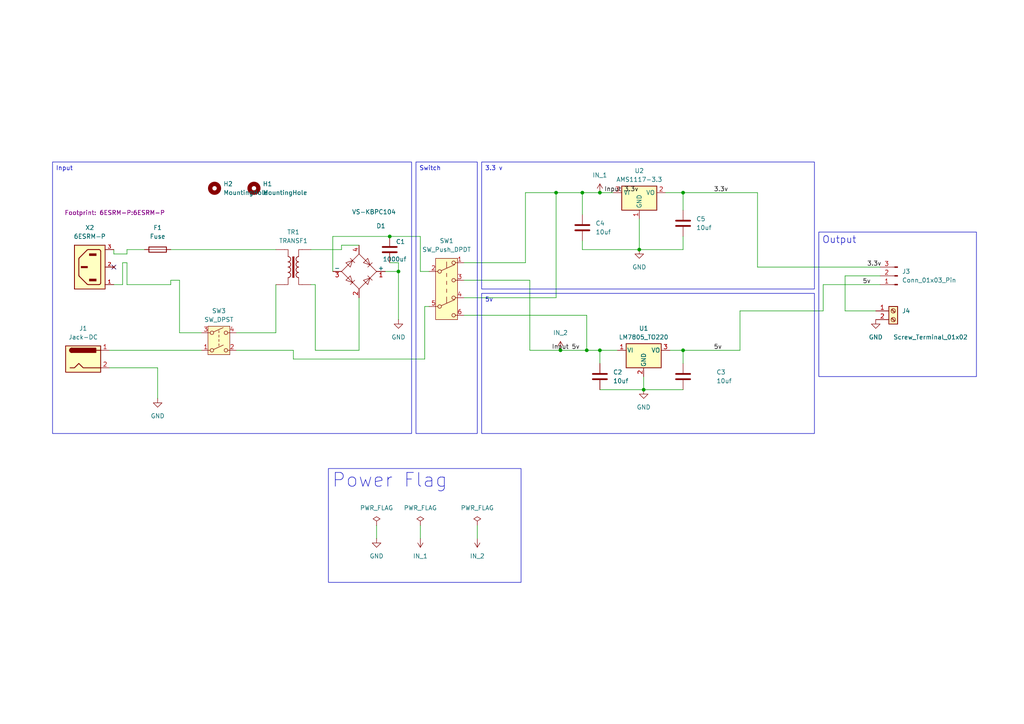
<source format=kicad_sch>
(kicad_sch
	(version 20250114)
	(generator "eeschema")
	(generator_version "9.0")
	(uuid "c3707d48-d6ee-4278-aa9d-0c19f469902f")
	(paper "A4")
	(lib_symbols
		(symbol "6ESRM-P:6ESRM-P"
			(pin_names
				(offset 1.016)
			)
			(exclude_from_sim no)
			(in_bom yes)
			(on_board yes)
			(property "Reference" "X2"
				(at 4.445 -11.43 0)
				(effects
					(font
						(size 1.27 1.27)
					)
				)
			)
			(property "Value" "6ESRM-P"
				(at 4.445 -8.89 0)
				(effects
					(font
						(size 1.27 1.27)
					)
				)
			)
			(property "Footprint" "6ESRM-P:6ESRM-P"
				(at -2.794 -16.51 0)
				(show_name)
				(effects
					(font
						(size 1.27 1.27)
					)
					(justify bottom)
				)
			)
			(property "Datasheet" ""
				(at 0 0 0)
				(effects
					(font
						(size 1.27 1.27)
					)
					(hide yes)
				)
			)
			(property "Description" ""
				(at 0 0 0)
				(effects
					(font
						(size 1.27 1.27)
					)
					(hide yes)
				)
			)
			(property "Comment" "1609078-1"
				(at 0 0 0)
				(effects
					(font
						(size 1.27 1.27)
					)
					(justify bottom)
					(hide yes)
				)
			)
			(property "MF" "TE Connectivity"
				(at 0 0 0)
				(effects
					(font
						(size 1.27 1.27)
					)
					(justify bottom)
					(hide yes)
				)
			)
			(property "Description_1" "AC Male Power Inlet Connector, PC Board Pins, Snap-In, 120/250VAC, 15A(UL/CSA), 10A"
				(at 0 0 0)
				(effects
					(font
						(size 1.27 1.27)
					)
					(justify bottom)
					(hide yes)
				)
			)
			(property "Package" "None"
				(at 0 0 0)
				(effects
					(font
						(size 1.27 1.27)
					)
					(justify bottom)
					(hide yes)
				)
			)
			(property "MPN" "6ESRM-P"
				(at 0 0 0)
				(effects
					(font
						(size 1.27 1.27)
					)
					(justify bottom)
					(hide yes)
				)
			)
			(property "Price" "None"
				(at 0 0 0)
				(effects
					(font
						(size 1.27 1.27)
					)
					(justify bottom)
					(hide yes)
				)
			)
			(property "POPULARITY" "1"
				(at 0 0 0)
				(effects
					(font
						(size 1.27 1.27)
					)
					(justify bottom)
					(hide yes)
				)
			)
			(property "OC_FARNELL" "unknown"
				(at 0 0 0)
				(effects
					(font
						(size 1.27 1.27)
					)
					(justify bottom)
					(hide yes)
				)
			)
			(property "SnapEDA_Link" "https://www.snapeda.com/parts/6ESRM-P/TE+Connectivity+Corcom+Filters/view-part/?ref=snap"
				(at 0 0 0)
				(effects
					(font
						(size 1.27 1.27)
					)
					(justify bottom)
					(hide yes)
				)
			)
			(property "MP" "6ESRM-P"
				(at 0 0 0)
				(effects
					(font
						(size 1.27 1.27)
					)
					(justify bottom)
					(hide yes)
				)
			)
			(property "EU_RoHS_Compliance" "Compliant"
				(at 0 0 0)
				(effects
					(font
						(size 1.27 1.27)
					)
					(justify bottom)
					(hide yes)
				)
			)
			(property "OC_NEWARK" "87F1821"
				(at 0 0 0)
				(effects
					(font
						(size 1.27 1.27)
					)
					(justify bottom)
					(hide yes)
				)
			)
			(property "Availability" "In Stock"
				(at 0 0 0)
				(effects
					(font
						(size 1.27 1.27)
					)
					(justify bottom)
					(hide yes)
				)
			)
			(property "Check_prices" "https://www.snapeda.com/parts/6ESRM-P/TE+Connectivity+Corcom+Filters/view-part/?ref=eda"
				(at 0 0 0)
				(effects
					(font
						(size 1.27 1.27)
					)
					(justify bottom)
					(hide yes)
				)
			)
			(property "Sim.Library" ".\\"
				(at 0 0 0)
				(effects
					(font
						(size 1.27 1.27)
					)
					(hide yes)
				)
			)
			(property "Sim.Name" "<unknown>"
				(at 0 0 0)
				(effects
					(font
						(size 1.27 1.27)
					)
					(hide yes)
				)
			)
			(symbol "6ESRM-P_0_0"
				(rectangle
					(start 0 6.35)
					(end 8.89 -6.35)
					(stroke
						(width 0.254)
						(type default)
					)
					(fill
						(type background)
					)
				)
				(polyline
					(pts
						(xy 1.27 4.572) (xy 1.27 -4.572)
					)
					(stroke
						(width 0.254)
						(type default)
					)
					(fill
						(type none)
					)
				)
				(arc
					(start 1.27 4.572)
					(mid 1.4188 4.9312)
					(end 1.778 5.08)
					(stroke
						(width 0.254)
						(type default)
					)
					(fill
						(type none)
					)
				)
				(arc
					(start 1.778 -5.08)
					(mid 1.4188 -4.9312)
					(end 1.27 -4.572)
					(stroke
						(width 0.254)
						(type default)
					)
					(fill
						(type none)
					)
				)
				(polyline
					(pts
						(xy 1.778 -5.08) (xy 4.8696 -5.08)
					)
					(stroke
						(width 0.254)
						(type default)
					)
					(fill
						(type none)
					)
				)
				(rectangle
					(start 2.54 3.429)
					(end 4.572 4.064)
					(stroke
						(width 0.1)
						(type default)
					)
					(fill
						(type outline)
					)
				)
				(rectangle
					(start 2.54 -3.937)
					(end 4.572 -3.302)
					(stroke
						(width 0.1)
						(type default)
					)
					(fill
						(type outline)
					)
				)
				(polyline
					(pts
						(xy 4.8696 5.08) (xy 1.778 5.08)
					)
					(stroke
						(width 0.254)
						(type default)
					)
					(fill
						(type none)
					)
				)
				(arc
					(start 4.8696 5.08)
					(mid 5.064 5.0413)
					(end 5.2288 4.9312)
					(stroke
						(width 0.254)
						(type default)
					)
					(fill
						(type none)
					)
				)
				(arc
					(start 5.2288 -4.9312)
					(mid 5.064 -5.0413)
					(end 4.8696 -5.08)
					(stroke
						(width 0.254)
						(type default)
					)
					(fill
						(type none)
					)
				)
				(rectangle
					(start 5.08 -0.254)
					(end 6.985 0.254)
					(stroke
						(width 0.1)
						(type default)
					)
					(fill
						(type outline)
					)
				)
				(polyline
					(pts
						(xy 5.2288 -4.9312) (xy 7.4712 -2.6888)
					)
					(stroke
						(width 0.254)
						(type default)
					)
					(fill
						(type none)
					)
				)
				(arc
					(start 7.4712 2.6888)
					(mid 7.5813 2.524)
					(end 7.62 2.3296)
					(stroke
						(width 0.254)
						(type default)
					)
					(fill
						(type none)
					)
				)
				(arc
					(start 7.62 -2.3296)
					(mid 7.5813 -2.524)
					(end 7.4712 -2.6888)
					(stroke
						(width 0.254)
						(type default)
					)
					(fill
						(type none)
					)
				)
				(polyline
					(pts
						(xy 7.4712 2.6888) (xy 5.2288 4.9312)
					)
					(stroke
						(width 0.254)
						(type default)
					)
					(fill
						(type none)
					)
				)
				(polyline
					(pts
						(xy 7.62 -2.3296) (xy 7.62 2.3296)
					)
					(stroke
						(width 0.254)
						(type default)
					)
					(fill
						(type none)
					)
				)
			)
			(symbol "6ESRM-P_1_0"
				(pin power_out line
					(at -2.54 5.08 0)
					(length 2.54)
					(name "~"
						(effects
							(font
								(size 1.016 1.016)
							)
						)
					)
					(number "1"
						(effects
							(font
								(size 1.016 1.016)
							)
						)
					)
				)
				(pin no_connect line
					(at -2.54 0 0)
					(length 2.54)
					(name "~"
						(effects
							(font
								(size 1.016 1.016)
							)
						)
					)
					(number "2"
						(effects
							(font
								(size 1.016 1.016)
							)
						)
					)
				)
				(pin power_out line
					(at -2.54 -5.08 0)
					(length 2.54)
					(name "~"
						(effects
							(font
								(size 1.016 1.016)
							)
						)
					)
					(number "3"
						(effects
							(font
								(size 1.016 1.016)
							)
						)
					)
				)
			)
			(embedded_fonts no)
		)
		(symbol "Connector:Conn_01x03_Pin"
			(pin_names
				(offset 1.016)
				(hide yes)
			)
			(exclude_from_sim no)
			(in_bom yes)
			(on_board yes)
			(property "Reference" "J"
				(at 0 5.08 0)
				(effects
					(font
						(size 1.27 1.27)
					)
				)
			)
			(property "Value" "Conn_01x03_Pin"
				(at 0 -5.08 0)
				(effects
					(font
						(size 1.27 1.27)
					)
				)
			)
			(property "Footprint" ""
				(at 0 0 0)
				(effects
					(font
						(size 1.27 1.27)
					)
					(hide yes)
				)
			)
			(property "Datasheet" "~"
				(at 0 0 0)
				(effects
					(font
						(size 1.27 1.27)
					)
					(hide yes)
				)
			)
			(property "Description" "Generic connector, single row, 01x03, script generated"
				(at 0 0 0)
				(effects
					(font
						(size 1.27 1.27)
					)
					(hide yes)
				)
			)
			(property "ki_locked" ""
				(at 0 0 0)
				(effects
					(font
						(size 1.27 1.27)
					)
				)
			)
			(property "ki_keywords" "connector"
				(at 0 0 0)
				(effects
					(font
						(size 1.27 1.27)
					)
					(hide yes)
				)
			)
			(property "ki_fp_filters" "Connector*:*_1x??_*"
				(at 0 0 0)
				(effects
					(font
						(size 1.27 1.27)
					)
					(hide yes)
				)
			)
			(symbol "Conn_01x03_Pin_1_1"
				(rectangle
					(start 0.8636 2.667)
					(end 0 2.413)
					(stroke
						(width 0.1524)
						(type default)
					)
					(fill
						(type outline)
					)
				)
				(rectangle
					(start 0.8636 0.127)
					(end 0 -0.127)
					(stroke
						(width 0.1524)
						(type default)
					)
					(fill
						(type outline)
					)
				)
				(rectangle
					(start 0.8636 -2.413)
					(end 0 -2.667)
					(stroke
						(width 0.1524)
						(type default)
					)
					(fill
						(type outline)
					)
				)
				(polyline
					(pts
						(xy 1.27 2.54) (xy 0.8636 2.54)
					)
					(stroke
						(width 0.1524)
						(type default)
					)
					(fill
						(type none)
					)
				)
				(polyline
					(pts
						(xy 1.27 0) (xy 0.8636 0)
					)
					(stroke
						(width 0.1524)
						(type default)
					)
					(fill
						(type none)
					)
				)
				(polyline
					(pts
						(xy 1.27 -2.54) (xy 0.8636 -2.54)
					)
					(stroke
						(width 0.1524)
						(type default)
					)
					(fill
						(type none)
					)
				)
				(pin passive line
					(at 5.08 2.54 180)
					(length 3.81)
					(name "Pin_1"
						(effects
							(font
								(size 1.27 1.27)
							)
						)
					)
					(number "1"
						(effects
							(font
								(size 1.27 1.27)
							)
						)
					)
				)
				(pin passive line
					(at 5.08 0 180)
					(length 3.81)
					(name "Pin_2"
						(effects
							(font
								(size 1.27 1.27)
							)
						)
					)
					(number "2"
						(effects
							(font
								(size 1.27 1.27)
							)
						)
					)
				)
				(pin passive line
					(at 5.08 -2.54 180)
					(length 3.81)
					(name "Pin_3"
						(effects
							(font
								(size 1.27 1.27)
							)
						)
					)
					(number "3"
						(effects
							(font
								(size 1.27 1.27)
							)
						)
					)
				)
			)
			(embedded_fonts no)
		)
		(symbol "Connector:Jack-DC"
			(pin_names
				(offset 1.016)
			)
			(exclude_from_sim no)
			(in_bom yes)
			(on_board yes)
			(property "Reference" "J"
				(at 0 5.334 0)
				(effects
					(font
						(size 1.27 1.27)
					)
				)
			)
			(property "Value" "Jack-DC"
				(at 0 -5.08 0)
				(effects
					(font
						(size 1.27 1.27)
					)
				)
			)
			(property "Footprint" ""
				(at 1.27 -1.016 0)
				(effects
					(font
						(size 1.27 1.27)
					)
					(hide yes)
				)
			)
			(property "Datasheet" "~"
				(at 1.27 -1.016 0)
				(effects
					(font
						(size 1.27 1.27)
					)
					(hide yes)
				)
			)
			(property "Description" "DC Barrel Jack"
				(at 0 0 0)
				(effects
					(font
						(size 1.27 1.27)
					)
					(hide yes)
				)
			)
			(property "ki_keywords" "DC power barrel jack connector"
				(at 0 0 0)
				(effects
					(font
						(size 1.27 1.27)
					)
					(hide yes)
				)
			)
			(property "ki_fp_filters" "BarrelJack*"
				(at 0 0 0)
				(effects
					(font
						(size 1.27 1.27)
					)
					(hide yes)
				)
			)
			(symbol "Jack-DC_0_1"
				(rectangle
					(start -5.08 3.81)
					(end 5.08 -3.81)
					(stroke
						(width 0.254)
						(type default)
					)
					(fill
						(type background)
					)
				)
				(polyline
					(pts
						(xy -3.81 -2.54) (xy -2.54 -2.54) (xy -1.27 -1.27) (xy 0 -2.54) (xy 2.54 -2.54) (xy 5.08 -2.54)
					)
					(stroke
						(width 0.254)
						(type default)
					)
					(fill
						(type none)
					)
				)
				(arc
					(start -3.302 1.905)
					(mid -3.9343 2.54)
					(end -3.302 3.175)
					(stroke
						(width 0.254)
						(type default)
					)
					(fill
						(type none)
					)
				)
				(arc
					(start -3.302 1.905)
					(mid -3.9343 2.54)
					(end -3.302 3.175)
					(stroke
						(width 0.254)
						(type default)
					)
					(fill
						(type outline)
					)
				)
				(rectangle
					(start 3.683 3.175)
					(end -3.302 1.905)
					(stroke
						(width 0.254)
						(type default)
					)
					(fill
						(type outline)
					)
				)
				(polyline
					(pts
						(xy 5.08 2.54) (xy 3.81 2.54)
					)
					(stroke
						(width 0.254)
						(type default)
					)
					(fill
						(type none)
					)
				)
			)
			(symbol "Jack-DC_1_1"
				(pin passive line
					(at 7.62 2.54 180)
					(length 2.54)
					(name "~"
						(effects
							(font
								(size 1.27 1.27)
							)
						)
					)
					(number "1"
						(effects
							(font
								(size 1.27 1.27)
							)
						)
					)
				)
				(pin passive line
					(at 7.62 -2.54 180)
					(length 2.54)
					(name "~"
						(effects
							(font
								(size 1.27 1.27)
							)
						)
					)
					(number "2"
						(effects
							(font
								(size 1.27 1.27)
							)
						)
					)
				)
			)
			(embedded_fonts no)
		)
		(symbol "Connector:Screw_Terminal_01x02"
			(pin_names
				(offset 1.016)
				(hide yes)
			)
			(exclude_from_sim no)
			(in_bom yes)
			(on_board yes)
			(property "Reference" "J"
				(at 0 2.54 0)
				(effects
					(font
						(size 1.27 1.27)
					)
				)
			)
			(property "Value" "Screw_Terminal_01x02"
				(at 0 -5.08 0)
				(effects
					(font
						(size 1.27 1.27)
					)
				)
			)
			(property "Footprint" ""
				(at 0 0 0)
				(effects
					(font
						(size 1.27 1.27)
					)
					(hide yes)
				)
			)
			(property "Datasheet" "~"
				(at 0 0 0)
				(effects
					(font
						(size 1.27 1.27)
					)
					(hide yes)
				)
			)
			(property "Description" "Generic screw terminal, single row, 01x02, script generated (kicad-library-utils/schlib/autogen/connector/)"
				(at 0 0 0)
				(effects
					(font
						(size 1.27 1.27)
					)
					(hide yes)
				)
			)
			(property "ki_keywords" "screw terminal"
				(at 0 0 0)
				(effects
					(font
						(size 1.27 1.27)
					)
					(hide yes)
				)
			)
			(property "ki_fp_filters" "TerminalBlock*:*"
				(at 0 0 0)
				(effects
					(font
						(size 1.27 1.27)
					)
					(hide yes)
				)
			)
			(symbol "Screw_Terminal_01x02_1_1"
				(rectangle
					(start -1.27 1.27)
					(end 1.27 -3.81)
					(stroke
						(width 0.254)
						(type default)
					)
					(fill
						(type background)
					)
				)
				(polyline
					(pts
						(xy -0.5334 0.3302) (xy 0.3302 -0.508)
					)
					(stroke
						(width 0.1524)
						(type default)
					)
					(fill
						(type none)
					)
				)
				(polyline
					(pts
						(xy -0.5334 -2.2098) (xy 0.3302 -3.048)
					)
					(stroke
						(width 0.1524)
						(type default)
					)
					(fill
						(type none)
					)
				)
				(polyline
					(pts
						(xy -0.3556 0.508) (xy 0.508 -0.3302)
					)
					(stroke
						(width 0.1524)
						(type default)
					)
					(fill
						(type none)
					)
				)
				(polyline
					(pts
						(xy -0.3556 -2.032) (xy 0.508 -2.8702)
					)
					(stroke
						(width 0.1524)
						(type default)
					)
					(fill
						(type none)
					)
				)
				(circle
					(center 0 0)
					(radius 0.635)
					(stroke
						(width 0.1524)
						(type default)
					)
					(fill
						(type none)
					)
				)
				(circle
					(center 0 -2.54)
					(radius 0.635)
					(stroke
						(width 0.1524)
						(type default)
					)
					(fill
						(type none)
					)
				)
				(pin passive line
					(at -5.08 0 0)
					(length 3.81)
					(name "Pin_1"
						(effects
							(font
								(size 1.27 1.27)
							)
						)
					)
					(number "1"
						(effects
							(font
								(size 1.27 1.27)
							)
						)
					)
				)
				(pin passive line
					(at -5.08 -2.54 0)
					(length 3.81)
					(name "Pin_2"
						(effects
							(font
								(size 1.27 1.27)
							)
						)
					)
					(number "2"
						(effects
							(font
								(size 1.27 1.27)
							)
						)
					)
				)
			)
			(embedded_fonts no)
		)
		(symbol "Device:C"
			(pin_numbers
				(hide yes)
			)
			(pin_names
				(offset 0.254)
			)
			(exclude_from_sim no)
			(in_bom yes)
			(on_board yes)
			(property "Reference" "C"
				(at 0.635 2.54 0)
				(effects
					(font
						(size 1.27 1.27)
					)
					(justify left)
				)
			)
			(property "Value" "C"
				(at 0.635 -2.54 0)
				(effects
					(font
						(size 1.27 1.27)
					)
					(justify left)
				)
			)
			(property "Footprint" ""
				(at 0.9652 -3.81 0)
				(effects
					(font
						(size 1.27 1.27)
					)
					(hide yes)
				)
			)
			(property "Datasheet" "~"
				(at 0 0 0)
				(effects
					(font
						(size 1.27 1.27)
					)
					(hide yes)
				)
			)
			(property "Description" "Unpolarized capacitor"
				(at 0 0 0)
				(effects
					(font
						(size 1.27 1.27)
					)
					(hide yes)
				)
			)
			(property "ki_keywords" "cap capacitor"
				(at 0 0 0)
				(effects
					(font
						(size 1.27 1.27)
					)
					(hide yes)
				)
			)
			(property "ki_fp_filters" "C_*"
				(at 0 0 0)
				(effects
					(font
						(size 1.27 1.27)
					)
					(hide yes)
				)
			)
			(symbol "C_0_1"
				(polyline
					(pts
						(xy -2.032 0.762) (xy 2.032 0.762)
					)
					(stroke
						(width 0.508)
						(type default)
					)
					(fill
						(type none)
					)
				)
				(polyline
					(pts
						(xy -2.032 -0.762) (xy 2.032 -0.762)
					)
					(stroke
						(width 0.508)
						(type default)
					)
					(fill
						(type none)
					)
				)
			)
			(symbol "C_1_1"
				(pin passive line
					(at 0 3.81 270)
					(length 2.794)
					(name "~"
						(effects
							(font
								(size 1.27 1.27)
							)
						)
					)
					(number "1"
						(effects
							(font
								(size 1.27 1.27)
							)
						)
					)
				)
				(pin passive line
					(at 0 -3.81 90)
					(length 2.794)
					(name "~"
						(effects
							(font
								(size 1.27 1.27)
							)
						)
					)
					(number "2"
						(effects
							(font
								(size 1.27 1.27)
							)
						)
					)
				)
			)
			(embedded_fonts no)
		)
		(symbol "Device:Fuse"
			(pin_numbers
				(hide yes)
			)
			(pin_names
				(offset 0)
			)
			(exclude_from_sim no)
			(in_bom yes)
			(on_board yes)
			(property "Reference" "F"
				(at 2.032 0 90)
				(effects
					(font
						(size 1.27 1.27)
					)
				)
			)
			(property "Value" "Fuse"
				(at -1.905 0 90)
				(effects
					(font
						(size 1.27 1.27)
					)
				)
			)
			(property "Footprint" ""
				(at -1.778 0 90)
				(effects
					(font
						(size 1.27 1.27)
					)
					(hide yes)
				)
			)
			(property "Datasheet" "~"
				(at 0 0 0)
				(effects
					(font
						(size 1.27 1.27)
					)
					(hide yes)
				)
			)
			(property "Description" "Fuse"
				(at 0 0 0)
				(effects
					(font
						(size 1.27 1.27)
					)
					(hide yes)
				)
			)
			(property "ki_keywords" "fuse"
				(at 0 0 0)
				(effects
					(font
						(size 1.27 1.27)
					)
					(hide yes)
				)
			)
			(property "ki_fp_filters" "*Fuse*"
				(at 0 0 0)
				(effects
					(font
						(size 1.27 1.27)
					)
					(hide yes)
				)
			)
			(symbol "Fuse_0_1"
				(rectangle
					(start -0.762 -2.54)
					(end 0.762 2.54)
					(stroke
						(width 0.254)
						(type default)
					)
					(fill
						(type none)
					)
				)
				(polyline
					(pts
						(xy 0 2.54) (xy 0 -2.54)
					)
					(stroke
						(width 0)
						(type default)
					)
					(fill
						(type none)
					)
				)
			)
			(symbol "Fuse_1_1"
				(pin passive line
					(at 0 3.81 270)
					(length 1.27)
					(name "~"
						(effects
							(font
								(size 1.27 1.27)
							)
						)
					)
					(number "1"
						(effects
							(font
								(size 1.27 1.27)
							)
						)
					)
				)
				(pin passive line
					(at 0 -3.81 90)
					(length 1.27)
					(name "~"
						(effects
							(font
								(size 1.27 1.27)
							)
						)
					)
					(number "2"
						(effects
							(font
								(size 1.27 1.27)
							)
						)
					)
				)
			)
			(embedded_fonts no)
		)
		(symbol "Diode_Bridge:VS-KBPC104"
			(pin_names
				(offset 0)
			)
			(exclude_from_sim no)
			(in_bom yes)
			(on_board yes)
			(property "Reference" "D"
				(at 2.54 6.985 0)
				(effects
					(font
						(size 1.27 1.27)
					)
					(justify left)
				)
			)
			(property "Value" "VS-KBPC104"
				(at 2.54 5.08 0)
				(effects
					(font
						(size 1.27 1.27)
					)
					(justify left)
				)
			)
			(property "Footprint" "Diode_THT:Diode_Bridge_Vishay_KBPC1"
				(at 3.81 3.175 0)
				(effects
					(font
						(size 1.27 1.27)
					)
					(justify left)
					(hide yes)
				)
			)
			(property "Datasheet" "http://www.vishay.com/docs/93585/vs-kbpc1series.pdf"
				(at 0 0 0)
				(effects
					(font
						(size 1.27 1.27)
					)
					(hide yes)
				)
			)
			(property "Description" "Single-Phase Bridge Rectifier, 125V Vrms, 3.0A If, KBPC1 package"
				(at 0 0 0)
				(effects
					(font
						(size 1.27 1.27)
					)
					(hide yes)
				)
			)
			(property "ki_keywords" "rectifier acdc"
				(at 0 0 0)
				(effects
					(font
						(size 1.27 1.27)
					)
					(hide yes)
				)
			)
			(property "ki_fp_filters" "D*Bridge*Vishay*KBPC1*"
				(at 0 0 0)
				(effects
					(font
						(size 1.27 1.27)
					)
					(hide yes)
				)
			)
			(symbol "VS-KBPC104_0_1"
				(polyline
					(pts
						(xy -5.08 0) (xy 0 -5.08) (xy 5.08 0) (xy 0 5.08) (xy -5.08 0)
					)
					(stroke
						(width 0)
						(type default)
					)
					(fill
						(type none)
					)
				)
				(polyline
					(pts
						(xy -3.81 2.54) (xy -2.54 1.27) (xy -1.905 3.175) (xy -3.81 2.54)
					)
					(stroke
						(width 0)
						(type default)
					)
					(fill
						(type none)
					)
				)
				(polyline
					(pts
						(xy -2.54 3.81) (xy -1.27 2.54)
					)
					(stroke
						(width 0)
						(type default)
					)
					(fill
						(type none)
					)
				)
				(polyline
					(pts
						(xy -2.54 -1.27) (xy -3.81 -2.54) (xy -1.905 -3.175) (xy -2.54 -1.27)
					)
					(stroke
						(width 0)
						(type default)
					)
					(fill
						(type none)
					)
				)
				(polyline
					(pts
						(xy -1.27 -2.54) (xy -2.54 -3.81)
					)
					(stroke
						(width 0)
						(type default)
					)
					(fill
						(type none)
					)
				)
				(polyline
					(pts
						(xy 1.27 2.54) (xy 2.54 3.81) (xy 3.175 1.905) (xy 1.27 2.54)
					)
					(stroke
						(width 0)
						(type default)
					)
					(fill
						(type none)
					)
				)
				(polyline
					(pts
						(xy 2.54 1.27) (xy 3.81 2.54)
					)
					(stroke
						(width 0)
						(type default)
					)
					(fill
						(type none)
					)
				)
				(polyline
					(pts
						(xy 2.54 -1.27) (xy 3.81 -2.54)
					)
					(stroke
						(width 0)
						(type default)
					)
					(fill
						(type none)
					)
				)
				(polyline
					(pts
						(xy 3.175 -1.905) (xy 1.27 -2.54) (xy 2.54 -3.81) (xy 3.175 -1.905)
					)
					(stroke
						(width 0)
						(type default)
					)
					(fill
						(type none)
					)
				)
			)
			(symbol "VS-KBPC104_1_1"
				(pin passive line
					(at -7.62 0 0)
					(length 2.54)
					(name "-"
						(effects
							(font
								(size 1.27 1.27)
							)
						)
					)
					(number "3"
						(effects
							(font
								(size 1.27 1.27)
							)
						)
					)
				)
				(pin passive line
					(at 0 7.62 270)
					(length 2.54)
					(name "~"
						(effects
							(font
								(size 1.27 1.27)
							)
						)
					)
					(number "4"
						(effects
							(font
								(size 1.27 1.27)
							)
						)
					)
				)
				(pin passive line
					(at 0 -7.62 90)
					(length 2.54)
					(name "~"
						(effects
							(font
								(size 1.27 1.27)
							)
						)
					)
					(number "2"
						(effects
							(font
								(size 1.27 1.27)
							)
						)
					)
				)
				(pin passive line
					(at 7.62 0 180)
					(length 2.54)
					(name "+"
						(effects
							(font
								(size 1.27 1.27)
							)
						)
					)
					(number "1"
						(effects
							(font
								(size 1.27 1.27)
							)
						)
					)
				)
			)
			(embedded_fonts no)
		)
		(symbol "Mechanical:MountingHole"
			(pin_names
				(offset 1.016)
			)
			(exclude_from_sim no)
			(in_bom no)
			(on_board yes)
			(property "Reference" "H"
				(at 0 5.08 0)
				(effects
					(font
						(size 1.27 1.27)
					)
				)
			)
			(property "Value" "MountingHole"
				(at 0 3.175 0)
				(effects
					(font
						(size 1.27 1.27)
					)
				)
			)
			(property "Footprint" ""
				(at 0 0 0)
				(effects
					(font
						(size 1.27 1.27)
					)
					(hide yes)
				)
			)
			(property "Datasheet" "~"
				(at 0 0 0)
				(effects
					(font
						(size 1.27 1.27)
					)
					(hide yes)
				)
			)
			(property "Description" "Mounting Hole without connection"
				(at 0 0 0)
				(effects
					(font
						(size 1.27 1.27)
					)
					(hide yes)
				)
			)
			(property "ki_keywords" "mounting hole"
				(at 0 0 0)
				(effects
					(font
						(size 1.27 1.27)
					)
					(hide yes)
				)
			)
			(property "ki_fp_filters" "MountingHole*"
				(at 0 0 0)
				(effects
					(font
						(size 1.27 1.27)
					)
					(hide yes)
				)
			)
			(symbol "MountingHole_0_1"
				(circle
					(center 0 0)
					(radius 1.27)
					(stroke
						(width 1.27)
						(type default)
					)
					(fill
						(type none)
					)
				)
			)
			(embedded_fonts no)
		)
		(symbol "Regulator_Linear:AMS1117-3.3"
			(exclude_from_sim no)
			(in_bom yes)
			(on_board yes)
			(property "Reference" "U2"
				(at 0 6.35 0)
				(effects
					(font
						(size 1.27 1.27)
					)
				)
			)
			(property "Value" "AMS1117-3.3"
				(at 0 3.81 0)
				(effects
					(font
						(size 1.27 1.27)
					)
				)
			)
			(property "Footprint" "Package_TO_SOT_SMD:SOT-223-3_TabPin2"
				(at 0 5.08 0)
				(effects
					(font
						(size 1.27 1.27)
					)
					(hide yes)
				)
			)
			(property "Datasheet" "http://www.advanced-monolithic.com/pdf/ds1117.pdf"
				(at 2.54 -6.35 0)
				(effects
					(font
						(size 1.27 1.27)
					)
					(hide yes)
				)
			)
			(property "Description" "1A Low Dropout regulator, positive, 3.3V fixed output, SOT-223"
				(at 0 0 0)
				(effects
					(font
						(size 1.27 1.27)
					)
					(hide yes)
				)
			)
			(property "ki_keywords" "linear regulator ldo fixed positive"
				(at 0 0 0)
				(effects
					(font
						(size 1.27 1.27)
					)
					(hide yes)
				)
			)
			(property "ki_fp_filters" "SOT?223*TabPin2*"
				(at 0 0 0)
				(effects
					(font
						(size 1.27 1.27)
					)
					(hide yes)
				)
			)
			(symbol "AMS1117-3.3_0_1"
				(rectangle
					(start -5.08 -5.08)
					(end 5.08 1.905)
					(stroke
						(width 0.254)
						(type default)
					)
					(fill
						(type background)
					)
				)
			)
			(symbol "AMS1117-3.3_1_1"
				(pin power_in line
					(at -7.62 0 0)
					(length 2.54)
					(name "VI"
						(effects
							(font
								(size 1.27 1.27)
							)
						)
					)
					(number "3"
						(effects
							(font
								(size 1.27 1.27)
							)
						)
					)
				)
				(pin power_in line
					(at 0 -7.62 90)
					(length 2.54)
					(name "GND"
						(effects
							(font
								(size 1.27 1.27)
							)
						)
					)
					(number "1"
						(effects
							(font
								(size 1.27 1.27)
							)
						)
					)
				)
				(pin output line
					(at 7.62 0 180)
					(length 2.54)
					(name "VO"
						(effects
							(font
								(size 1.27 1.27)
							)
						)
					)
					(number "2"
						(effects
							(font
								(size 1.27 1.27)
							)
						)
					)
				)
			)
			(embedded_fonts no)
		)
		(symbol "Regulator_Linear:LM7805_TO220"
			(pin_names
				(offset 0.254)
			)
			(exclude_from_sim no)
			(in_bom yes)
			(on_board yes)
			(property "Reference" "U1"
				(at 0 6.35 0)
				(effects
					(font
						(size 1.27 1.27)
					)
				)
			)
			(property "Value" "LM7805_TO220"
				(at 0 3.81 0)
				(effects
					(font
						(size 1.27 1.27)
					)
				)
			)
			(property "Footprint" "Package_TO_SOT_THT:TO-220-3_Vertical"
				(at 0 5.715 0)
				(effects
					(font
						(size 1.27 1.27)
						(italic yes)
					)
					(hide yes)
				)
			)
			(property "Datasheet" "https://www.onsemi.cn/PowerSolutions/document/MC7800-D.PDF"
				(at 0 -1.27 0)
				(effects
					(font
						(size 1.27 1.27)
					)
					(hide yes)
				)
			)
			(property "Description" "Positive 1A 35V Linear Regulator, Fixed Output 5V, TO-220"
				(at 0 0 0)
				(effects
					(font
						(size 1.27 1.27)
					)
					(hide yes)
				)
			)
			(property "ki_keywords" "Voltage Regulator 1A Positive"
				(at 0 0 0)
				(effects
					(font
						(size 1.27 1.27)
					)
					(hide yes)
				)
			)
			(property "ki_fp_filters" "TO?220*"
				(at 0 0 0)
				(effects
					(font
						(size 1.27 1.27)
					)
					(hide yes)
				)
			)
			(symbol "LM7805_TO220_0_1"
				(rectangle
					(start -5.08 1.905)
					(end 5.08 -5.08)
					(stroke
						(width 0.254)
						(type default)
					)
					(fill
						(type background)
					)
				)
			)
			(symbol "LM7805_TO220_1_1"
				(pin power_in line
					(at -7.62 0 0)
					(length 2.54)
					(name "VI"
						(effects
							(font
								(size 1.27 1.27)
							)
						)
					)
					(number "1"
						(effects
							(font
								(size 1.27 1.27)
							)
						)
					)
				)
				(pin power_in line
					(at 0 -7.62 90)
					(length 2.54)
					(name "GND"
						(effects
							(font
								(size 1.27 1.27)
							)
						)
					)
					(number "2"
						(effects
							(font
								(size 1.27 1.27)
							)
						)
					)
				)
				(pin power_out line
					(at 7.62 0 180)
					(length 2.54)
					(name "VO"
						(effects
							(font
								(size 1.27 1.27)
							)
						)
					)
					(number "3"
						(effects
							(font
								(size 1.27 1.27)
							)
						)
					)
				)
			)
			(embedded_fonts no)
		)
		(symbol "Switch:SW_DPST"
			(pin_names
				(offset 0)
				(hide yes)
			)
			(exclude_from_sim no)
			(in_bom yes)
			(on_board yes)
			(property "Reference" "SW"
				(at 0 6.35 0)
				(effects
					(font
						(size 1.27 1.27)
					)
				)
			)
			(property "Value" "SW_DPST"
				(at 0 -5.08 0)
				(effects
					(font
						(size 1.27 1.27)
					)
				)
			)
			(property "Footprint" ""
				(at 0 0 0)
				(effects
					(font
						(size 1.27 1.27)
					)
					(hide yes)
				)
			)
			(property "Datasheet" "~"
				(at 0 0 0)
				(effects
					(font
						(size 1.27 1.27)
					)
					(hide yes)
				)
			)
			(property "Description" "Double Pole Single Throw (DPST) Switch"
				(at 0 0 0)
				(effects
					(font
						(size 1.27 1.27)
					)
					(hide yes)
				)
			)
			(property "ki_keywords" "switch dual double-pole single-throw OFF-ON"
				(at 0 0 0)
				(effects
					(font
						(size 1.27 1.27)
					)
					(hide yes)
				)
			)
			(symbol "SW_DPST_0_0"
				(circle
					(center -2.032 2.54)
					(radius 0.508)
					(stroke
						(width 0)
						(type default)
					)
					(fill
						(type none)
					)
				)
				(circle
					(center -2.032 -2.54)
					(radius 0.508)
					(stroke
						(width 0)
						(type default)
					)
					(fill
						(type none)
					)
				)
				(polyline
					(pts
						(xy -1.524 2.794) (xy 1.27 4.064)
					)
					(stroke
						(width 0)
						(type default)
					)
					(fill
						(type none)
					)
				)
				(polyline
					(pts
						(xy -1.524 -2.286) (xy 1.27 -1.016)
					)
					(stroke
						(width 0)
						(type default)
					)
					(fill
						(type none)
					)
				)
				(polyline
					(pts
						(xy 0 2.54) (xy 0 3.175)
					)
					(stroke
						(width 0)
						(type default)
					)
					(fill
						(type none)
					)
				)
				(polyline
					(pts
						(xy 0 1.27) (xy 0 1.905)
					)
					(stroke
						(width 0)
						(type default)
					)
					(fill
						(type none)
					)
				)
				(polyline
					(pts
						(xy 0 0) (xy 0 0.635)
					)
					(stroke
						(width 0)
						(type default)
					)
					(fill
						(type none)
					)
				)
				(polyline
					(pts
						(xy 0 -1.27) (xy 0 -0.635)
					)
					(stroke
						(width 0)
						(type default)
					)
					(fill
						(type none)
					)
				)
				(circle
					(center 2.032 2.54)
					(radius 0.508)
					(stroke
						(width 0)
						(type default)
					)
					(fill
						(type none)
					)
				)
				(circle
					(center 2.032 -2.54)
					(radius 0.508)
					(stroke
						(width 0)
						(type default)
					)
					(fill
						(type none)
					)
				)
			)
			(symbol "SW_DPST_1_1"
				(rectangle
					(start -3.175 4.445)
					(end 3.175 -3.81)
					(stroke
						(width 0)
						(type default)
					)
					(fill
						(type background)
					)
				)
				(pin passive line
					(at -5.08 2.54 0)
					(length 2.54)
					(name "3"
						(effects
							(font
								(size 1.27 1.27)
							)
						)
					)
					(number "3"
						(effects
							(font
								(size 1.27 1.27)
							)
						)
					)
				)
				(pin passive line
					(at -5.08 -2.54 0)
					(length 2.54)
					(name "1"
						(effects
							(font
								(size 1.27 1.27)
							)
						)
					)
					(number "1"
						(effects
							(font
								(size 1.27 1.27)
							)
						)
					)
				)
				(pin passive line
					(at 5.08 2.54 180)
					(length 2.54)
					(name "4"
						(effects
							(font
								(size 1.27 1.27)
							)
						)
					)
					(number "4"
						(effects
							(font
								(size 1.27 1.27)
							)
						)
					)
				)
				(pin passive line
					(at 5.08 -2.54 180)
					(length 2.54)
					(name "2"
						(effects
							(font
								(size 1.27 1.27)
							)
						)
					)
					(number "2"
						(effects
							(font
								(size 1.27 1.27)
							)
						)
					)
				)
			)
			(embedded_fonts no)
		)
		(symbol "Switch:SW_Push_DPDT"
			(pin_names
				(offset 0)
				(hide yes)
			)
			(exclude_from_sim no)
			(in_bom yes)
			(on_board yes)
			(property "Reference" "SW1"
				(at 0 13.97 0)
				(effects
					(font
						(size 1.27 1.27)
					)
				)
			)
			(property "Value" "SW_Push_DPDT"
				(at 0 11.43 0)
				(effects
					(font
						(size 1.27 1.27)
					)
				)
			)
			(property "Footprint" ""
				(at 0 5.08 0)
				(effects
					(font
						(size 1.27 1.27)
					)
					(hide yes)
				)
			)
			(property "Datasheet" "~"
				(at 0 5.08 0)
				(effects
					(font
						(size 1.27 1.27)
					)
					(hide yes)
				)
			)
			(property "Description" "Momentary Switch, dual pole double throw"
				(at 0 0 0)
				(effects
					(font
						(size 1.27 1.27)
					)
					(hide yes)
				)
			)
			(property "ki_keywords" "switch dual-pole double-throw spdt ON-ON"
				(at 0 0 0)
				(effects
					(font
						(size 1.27 1.27)
					)
					(hide yes)
				)
			)
			(symbol "SW_Push_DPDT_0_0"
				(circle
					(center -2.032 5.08)
					(radius 0.508)
					(stroke
						(width 0)
						(type default)
					)
					(fill
						(type none)
					)
				)
				(circle
					(center -2.032 -5.08)
					(radius 0.508)
					(stroke
						(width 0)
						(type default)
					)
					(fill
						(type none)
					)
				)
				(circle
					(center 2.032 2.54)
					(radius 0.508)
					(stroke
						(width 0)
						(type default)
					)
					(fill
						(type none)
					)
				)
				(circle
					(center 2.032 -7.62)
					(radius 0.508)
					(stroke
						(width 0)
						(type default)
					)
					(fill
						(type none)
					)
				)
			)
			(symbol "SW_Push_DPDT_0_1"
				(polyline
					(pts
						(xy -1.524 5.334) (xy 2.3368 7.0612)
					)
					(stroke
						(width 0)
						(type default)
					)
					(fill
						(type none)
					)
				)
				(polyline
					(pts
						(xy -1.524 -4.826) (xy 2.3368 -3.0988)
					)
					(stroke
						(width 0)
						(type default)
					)
					(fill
						(type none)
					)
				)
				(polyline
					(pts
						(xy 0 7.874) (xy 0 6.096)
					)
					(stroke
						(width 0)
						(type default)
					)
					(fill
						(type none)
					)
				)
				(polyline
					(pts
						(xy 0 3.556) (xy 0 4.572)
					)
					(stroke
						(width 0)
						(type default)
					)
					(fill
						(type none)
					)
				)
				(polyline
					(pts
						(xy 0 1.27) (xy 0 2.286)
					)
					(stroke
						(width 0)
						(type default)
					)
					(fill
						(type none)
					)
				)
				(polyline
					(pts
						(xy 0 -1.016) (xy 0 0)
					)
					(stroke
						(width 0)
						(type default)
					)
					(fill
						(type none)
					)
				)
				(polyline
					(pts
						(xy 0 -2.286) (xy 0 -4.064)
					)
					(stroke
						(width 0)
						(type default)
					)
					(fill
						(type none)
					)
				)
				(circle
					(center 2.032 7.62)
					(radius 0.508)
					(stroke
						(width 0)
						(type default)
					)
					(fill
						(type none)
					)
				)
				(circle
					(center 2.032 -2.54)
					(radius 0.508)
					(stroke
						(width 0)
						(type default)
					)
					(fill
						(type none)
					)
				)
			)
			(symbol "SW_Push_DPDT_1_1"
				(rectangle
					(start -3.175 8.89)
					(end 3.175 -8.89)
					(stroke
						(width 0)
						(type default)
					)
					(fill
						(type background)
					)
				)
				(pin passive line
					(at -5.08 5.08 0)
					(length 2.54)
					(name "B"
						(effects
							(font
								(size 1.27 1.27)
							)
						)
					)
					(number "2"
						(effects
							(font
								(size 1.27 1.27)
							)
						)
					)
				)
				(pin passive line
					(at -5.08 -5.08 0)
					(length 2.54)
					(name "B"
						(effects
							(font
								(size 1.27 1.27)
							)
						)
					)
					(number "5"
						(effects
							(font
								(size 1.27 1.27)
							)
						)
					)
				)
				(pin passive line
					(at 5.08 7.62 180)
					(length 2.54)
					(name "A"
						(effects
							(font
								(size 1.27 1.27)
							)
						)
					)
					(number "1"
						(effects
							(font
								(size 1.27 1.27)
							)
						)
					)
				)
				(pin passive line
					(at 5.08 2.54 180)
					(length 2.54)
					(name "C"
						(effects
							(font
								(size 1.27 1.27)
							)
						)
					)
					(number "3"
						(effects
							(font
								(size 1.27 1.27)
							)
						)
					)
				)
				(pin passive line
					(at 5.08 -2.54 180)
					(length 2.54)
					(name "A"
						(effects
							(font
								(size 1.27 1.27)
							)
						)
					)
					(number "4"
						(effects
							(font
								(size 1.27 1.27)
							)
						)
					)
				)
				(pin passive line
					(at 5.08 -7.62 180)
					(length 2.54)
					(name "C"
						(effects
							(font
								(size 1.27 1.27)
							)
						)
					)
					(number "6"
						(effects
							(font
								(size 1.27 1.27)
							)
						)
					)
				)
			)
			(embedded_fonts no)
		)
		(symbol "Transformer:TRANSF1"
			(pin_numbers
				(hide yes)
			)
			(pin_names
				(offset 0)
			)
			(exclude_from_sim no)
			(in_bom yes)
			(on_board yes)
			(property "Reference" "TR"
				(at 0 6.35 0)
				(effects
					(font
						(size 1.27 1.27)
					)
				)
			)
			(property "Value" "TRANSF1"
				(at 0 -6.35 0)
				(effects
					(font
						(size 1.27 1.27)
					)
				)
			)
			(property "Footprint" ""
				(at 0 0 0)
				(effects
					(font
						(size 1.27 1.27)
					)
					(hide yes)
				)
			)
			(property "Datasheet" ""
				(at 0 0 0)
				(effects
					(font
						(size 1.27 1.27)
					)
					(hide yes)
				)
			)
			(property "Description" ""
				(at 0 0 0)
				(effects
					(font
						(size 1.27 1.27)
					)
					(hide yes)
				)
			)
			(symbol "TRANSF1_0_1"
				(polyline
					(pts
						(xy -2.54 5.08) (xy -1.524 5.08) (xy -1.524 3.048) (xy -1.524 3.048)
					)
					(stroke
						(width 0.1524)
						(type default)
					)
					(fill
						(type none)
					)
				)
				(arc
					(start -1.524 3.048)
					(mid -0.7653 2.286)
					(end -1.524 1.524)
					(stroke
						(width 0.2032)
						(type default)
					)
					(fill
						(type none)
					)
				)
				(arc
					(start -1.524 1.524)
					(mid -0.7653 0.762)
					(end -1.524 0)
					(stroke
						(width 0.2032)
						(type default)
					)
					(fill
						(type none)
					)
				)
				(arc
					(start -1.524 0)
					(mid -0.7653 -0.762)
					(end -1.524 -1.524)
					(stroke
						(width 0.2032)
						(type default)
					)
					(fill
						(type none)
					)
				)
				(arc
					(start -1.524 -1.524)
					(mid -0.7653 -2.286)
					(end -1.524 -3.048)
					(stroke
						(width 0.2032)
						(type default)
					)
					(fill
						(type none)
					)
				)
				(polyline
					(pts
						(xy -1.524 -3.048) (xy -1.524 -5.08) (xy -2.54 -5.08) (xy -2.54 -5.08)
					)
					(stroke
						(width 0.1524)
						(type default)
					)
					(fill
						(type none)
					)
				)
				(rectangle
					(start -0.254 3.048)
					(end 0.254 -3.048)
					(stroke
						(width 0.0254)
						(type default)
					)
					(fill
						(type outline)
					)
				)
				(polyline
					(pts
						(xy 1.524 3.048) (xy 1.524 5.08) (xy 2.54 5.08) (xy 2.54 5.08)
					)
					(stroke
						(width 0.1524)
						(type default)
					)
					(fill
						(type none)
					)
				)
				(arc
					(start 1.524 1.524)
					(mid 0.7653 2.286)
					(end 1.524 3.048)
					(stroke
						(width 0.2032)
						(type default)
					)
					(fill
						(type none)
					)
				)
				(arc
					(start 1.524 0)
					(mid 0.7653 0.762)
					(end 1.524 1.524)
					(stroke
						(width 0.2032)
						(type default)
					)
					(fill
						(type none)
					)
				)
				(arc
					(start 1.524 -1.524)
					(mid 0.7653 -0.762)
					(end 1.524 0)
					(stroke
						(width 0.2032)
						(type default)
					)
					(fill
						(type none)
					)
				)
				(arc
					(start 1.524 -3.048)
					(mid 0.7653 -2.286)
					(end 1.524 -1.524)
					(stroke
						(width 0.2032)
						(type default)
					)
					(fill
						(type none)
					)
				)
				(polyline
					(pts
						(xy 2.54 -5.08) (xy 1.524 -5.08) (xy 1.524 -3.048) (xy 1.524 -3.048)
					)
					(stroke
						(width 0.1524)
						(type default)
					)
					(fill
						(type none)
					)
				)
			)
			(symbol "TRANSF1_1_1"
				(pin passive line
					(at -5.08 5.08 0)
					(length 2.54)
					(name "~"
						(effects
							(font
								(size 1.27 1.27)
							)
						)
					)
					(number "1"
						(effects
							(font
								(size 1.27 1.27)
							)
						)
					)
				)
				(pin passive line
					(at -5.08 -5.08 0)
					(length 2.54)
					(name "~"
						(effects
							(font
								(size 1.27 1.27)
							)
						)
					)
					(number "2"
						(effects
							(font
								(size 1.27 1.27)
							)
						)
					)
				)
				(pin passive line
					(at 5.08 5.08 180)
					(length 2.54)
					(name "~"
						(effects
							(font
								(size 1.27 1.27)
							)
						)
					)
					(number "4"
						(effects
							(font
								(size 1.27 1.27)
							)
						)
					)
				)
				(pin passive line
					(at 5.08 -5.08 180)
					(length 2.54)
					(name "~"
						(effects
							(font
								(size 1.27 1.27)
							)
						)
					)
					(number "3"
						(effects
							(font
								(size 1.27 1.27)
							)
						)
					)
				)
			)
			(embedded_fonts no)
		)
		(symbol "power:GND"
			(power)
			(pin_numbers
				(hide yes)
			)
			(pin_names
				(offset 0)
				(hide yes)
			)
			(exclude_from_sim no)
			(in_bom yes)
			(on_board yes)
			(property "Reference" "#PWR"
				(at 0 -6.35 0)
				(effects
					(font
						(size 1.27 1.27)
					)
					(hide yes)
				)
			)
			(property "Value" "GND"
				(at 0 -3.81 0)
				(effects
					(font
						(size 1.27 1.27)
					)
				)
			)
			(property "Footprint" ""
				(at 0 0 0)
				(effects
					(font
						(size 1.27 1.27)
					)
					(hide yes)
				)
			)
			(property "Datasheet" ""
				(at 0 0 0)
				(effects
					(font
						(size 1.27 1.27)
					)
					(hide yes)
				)
			)
			(property "Description" "Power symbol creates a global label with name \"GND\" , ground"
				(at 0 0 0)
				(effects
					(font
						(size 1.27 1.27)
					)
					(hide yes)
				)
			)
			(property "ki_keywords" "global power"
				(at 0 0 0)
				(effects
					(font
						(size 1.27 1.27)
					)
					(hide yes)
				)
			)
			(symbol "GND_0_1"
				(polyline
					(pts
						(xy 0 0) (xy 0 -1.27) (xy 1.27 -1.27) (xy 0 -2.54) (xy -1.27 -1.27) (xy 0 -1.27)
					)
					(stroke
						(width 0)
						(type default)
					)
					(fill
						(type none)
					)
				)
			)
			(symbol "GND_1_1"
				(pin power_in line
					(at 0 0 270)
					(length 0)
					(name "~"
						(effects
							(font
								(size 1.27 1.27)
							)
						)
					)
					(number "1"
						(effects
							(font
								(size 1.27 1.27)
							)
						)
					)
				)
			)
			(embedded_fonts no)
		)
		(symbol "power:PWR_FLAG"
			(power)
			(pin_numbers
				(hide yes)
			)
			(pin_names
				(offset 0)
				(hide yes)
			)
			(exclude_from_sim no)
			(in_bom yes)
			(on_board yes)
			(property "Reference" "#FLG"
				(at 0 1.905 0)
				(effects
					(font
						(size 1.27 1.27)
					)
					(hide yes)
				)
			)
			(property "Value" "PWR_FLAG"
				(at 0 3.81 0)
				(effects
					(font
						(size 1.27 1.27)
					)
				)
			)
			(property "Footprint" ""
				(at 0 0 0)
				(effects
					(font
						(size 1.27 1.27)
					)
					(hide yes)
				)
			)
			(property "Datasheet" "~"
				(at 0 0 0)
				(effects
					(font
						(size 1.27 1.27)
					)
					(hide yes)
				)
			)
			(property "Description" "Special symbol for telling ERC where power comes from"
				(at 0 0 0)
				(effects
					(font
						(size 1.27 1.27)
					)
					(hide yes)
				)
			)
			(property "ki_keywords" "flag power"
				(at 0 0 0)
				(effects
					(font
						(size 1.27 1.27)
					)
					(hide yes)
				)
			)
			(symbol "PWR_FLAG_0_0"
				(pin power_out line
					(at 0 0 90)
					(length 0)
					(name "~"
						(effects
							(font
								(size 1.27 1.27)
							)
						)
					)
					(number "1"
						(effects
							(font
								(size 1.27 1.27)
							)
						)
					)
				)
			)
			(symbol "PWR_FLAG_0_1"
				(polyline
					(pts
						(xy 0 0) (xy 0 1.27) (xy -1.016 1.905) (xy 0 2.54) (xy 1.016 1.905) (xy 0 1.27)
					)
					(stroke
						(width 0)
						(type default)
					)
					(fill
						(type none)
					)
				)
			)
			(embedded_fonts no)
		)
		(symbol "power:VCC"
			(power)
			(pin_numbers
				(hide yes)
			)
			(pin_names
				(offset 0)
				(hide yes)
			)
			(exclude_from_sim no)
			(in_bom yes)
			(on_board yes)
			(property "Reference" "#PWR"
				(at 0 -3.81 0)
				(effects
					(font
						(size 1.27 1.27)
					)
					(hide yes)
				)
			)
			(property "Value" "VCC"
				(at 0 3.556 0)
				(effects
					(font
						(size 1.27 1.27)
					)
				)
			)
			(property "Footprint" ""
				(at 0 0 0)
				(effects
					(font
						(size 1.27 1.27)
					)
					(hide yes)
				)
			)
			(property "Datasheet" ""
				(at 0 0 0)
				(effects
					(font
						(size 1.27 1.27)
					)
					(hide yes)
				)
			)
			(property "Description" "Power symbol creates a global label with name \"VCC\""
				(at 0 0 0)
				(effects
					(font
						(size 1.27 1.27)
					)
					(hide yes)
				)
			)
			(property "ki_keywords" "global power"
				(at 0 0 0)
				(effects
					(font
						(size 1.27 1.27)
					)
					(hide yes)
				)
			)
			(symbol "VCC_0_1"
				(polyline
					(pts
						(xy -0.762 1.27) (xy 0 2.54)
					)
					(stroke
						(width 0)
						(type default)
					)
					(fill
						(type none)
					)
				)
				(polyline
					(pts
						(xy 0 2.54) (xy 0.762 1.27)
					)
					(stroke
						(width 0)
						(type default)
					)
					(fill
						(type none)
					)
				)
				(polyline
					(pts
						(xy 0 0) (xy 0 2.54)
					)
					(stroke
						(width 0)
						(type default)
					)
					(fill
						(type none)
					)
				)
			)
			(symbol "VCC_1_1"
				(pin power_in line
					(at 0 0 90)
					(length 0)
					(name "~"
						(effects
							(font
								(size 1.27 1.27)
							)
						)
					)
					(number "1"
						(effects
							(font
								(size 1.27 1.27)
							)
						)
					)
				)
			)
			(embedded_fonts no)
		)
	)
	(text_box "Input\n"
		(exclude_from_sim no)
		(at 15.24 46.99 0)
		(size 104.14 78.74)
		(margins 0.9525 0.9525 0.9525 0.9525)
		(stroke
			(width 0)
			(type solid)
		)
		(fill
			(type none)
		)
		(effects
			(font
				(size 1.27 1.27)
			)
			(justify left top)
		)
		(uuid "4b538d3d-d8e7-408f-9b57-871ca2501ba8")
	)
	(text_box "Output\n"
		(exclude_from_sim no)
		(at 237.49 67.31 0)
		(size 45.72 41.91)
		(margins 0.9525 0.9525 0.9525 0.9525)
		(stroke
			(width 0)
			(type solid)
		)
		(fill
			(type none)
		)
		(effects
			(font
				(size 2 2)
			)
			(justify left top)
		)
		(uuid "6e2a8710-c16c-41f1-88be-576a460ebc11")
	)
	(text_box "Power Flag\n"
		(exclude_from_sim no)
		(at 95.25 135.89 0)
		(size 55.88 33.02)
		(margins 0.9525 0.9525 0.9525 0.9525)
		(stroke
			(width 0)
			(type solid)
		)
		(fill
			(type none)
		)
		(effects
			(font
				(size 4 4)
			)
			(justify left top)
		)
		(uuid "7ef482b8-c32f-4b29-a114-a65be7011b36")
	)
	(text_box "Switch"
		(exclude_from_sim no)
		(at 120.65 46.99 0)
		(size 17.78 78.74)
		(margins 0.9525 0.9525 0.9525 0.9525)
		(stroke
			(width 0)
			(type solid)
		)
		(fill
			(type none)
		)
		(effects
			(font
				(size 1.27 1.27)
			)
			(justify left top)
		)
		(uuid "c2bee192-8fbb-47b2-b0b8-1c996d94e3c4")
	)
	(text_box "3.3 v\n"
		(exclude_from_sim no)
		(at 139.7 46.99 0)
		(size 96.52 36.83)
		(margins 0.9525 0.9525 0.9525 0.9525)
		(stroke
			(width 0)
			(type solid)
		)
		(fill
			(type none)
		)
		(effects
			(font
				(size 1.27 1.27)
			)
			(justify left top)
		)
		(uuid "c421df83-341c-40e8-8b69-f78aaa1c82f8")
	)
	(text_box "5v"
		(exclude_from_sim no)
		(at 139.7 85.09 0)
		(size 96.52 40.64)
		(margins 0.9525 0.9525 0.9525 0.9525)
		(stroke
			(width 0)
			(type solid)
		)
		(fill
			(type none)
		)
		(effects
			(font
				(size 1.27 1.27)
			)
			(justify left top)
		)
		(uuid "e206af05-a67d-41ae-b343-ee57015d0f8a")
	)
	(junction
		(at 198.12 55.88)
		(diameter 0)
		(color 0 0 0 0)
		(uuid "0493c3a8-13a8-47f6-8369-cba1086aa0de")
	)
	(junction
		(at 198.12 101.6)
		(diameter 0)
		(color 0 0 0 0)
		(uuid "39197be4-d829-4415-9721-eba48307ff3d")
	)
	(junction
		(at 173.99 55.88)
		(diameter 0)
		(color 0 0 0 0)
		(uuid "49d43382-f621-4d38-afc1-74e3270d4e68")
	)
	(junction
		(at 185.42 72.39)
		(diameter 0)
		(color 0 0 0 0)
		(uuid "545215a6-ab7b-4fe3-b00c-c1cabca31ab7")
	)
	(junction
		(at 173.99 101.6)
		(diameter 0)
		(color 0 0 0 0)
		(uuid "7353479b-f68a-4a62-aacc-aa15a3db0f4b")
	)
	(junction
		(at 170.18 101.6)
		(diameter 0)
		(color 0 0 0 0)
		(uuid "737f46ea-a762-4afd-81b3-a7a66b3ce901")
	)
	(junction
		(at 186.69 113.03)
		(diameter 0)
		(color 0 0 0 0)
		(uuid "75b1d2c8-93e4-4338-af22-c4d00d85f413")
	)
	(junction
		(at 168.91 55.88)
		(diameter 0)
		(color 0 0 0 0)
		(uuid "8c314c0e-3b56-405f-b294-66302f380f77")
	)
	(junction
		(at 115.57 78.74)
		(diameter 0)
		(color 0 0 0 0)
		(uuid "a0e9f9bb-ce4d-40a0-8971-476aefb30768")
	)
	(junction
		(at 162.56 101.6)
		(diameter 0)
		(color 0 0 0 0)
		(uuid "a17be7cc-81d1-448f-bc61-f345eb3d9c2f")
	)
	(junction
		(at 113.03 68.58)
		(diameter 0)
		(color 0 0 0 0)
		(uuid "cddf6702-8b72-4abf-9a26-6e6a9accd9f9")
	)
	(junction
		(at 161.29 55.88)
		(diameter 0)
		(color 0 0 0 0)
		(uuid "eb1b6e97-55ae-47e7-8637-ad26213fb263")
	)
	(no_connect
		(at 33.02 77.47)
		(uuid "45a6825f-9c27-4f10-84aa-d2516178b8b0")
	)
	(wire
		(pts
			(xy 36.83 73.66) (xy 33.02 73.66)
		)
		(stroke
			(width 0)
			(type default)
		)
		(uuid "037f9888-4f29-4791-b43e-8cbe8b9df6b4")
	)
	(wire
		(pts
			(xy 134.62 76.2) (xy 152.4 76.2)
		)
		(stroke
			(width 0)
			(type default)
		)
		(uuid "03fb4d23-65df-4954-9fc2-5db2465678ff")
	)
	(wire
		(pts
			(xy 99.06 72.39) (xy 99.06 71.12)
		)
		(stroke
			(width 0)
			(type default)
		)
		(uuid "08e29493-45bf-4e3b-a678-ca2c7f2f077d")
	)
	(wire
		(pts
			(xy 80.01 96.52) (xy 80.01 82.55)
		)
		(stroke
			(width 0)
			(type default)
		)
		(uuid "0946e487-7ca9-4317-ac94-8394f1989db4")
	)
	(wire
		(pts
			(xy 214.63 90.17) (xy 214.63 101.6)
		)
		(stroke
			(width 0)
			(type default)
		)
		(uuid "09a9f070-59e6-4377-b355-d05cfb7148c7")
	)
	(wire
		(pts
			(xy 49.53 81.28) (xy 52.07 81.28)
		)
		(stroke
			(width 0)
			(type default)
		)
		(uuid "0bf7dfa9-ccde-49b8-b580-8cdbcb8fa9b3")
	)
	(wire
		(pts
			(xy 173.99 55.88) (xy 177.8 55.88)
		)
		(stroke
			(width 0)
			(type default)
		)
		(uuid "0db59e44-a565-4ad9-8807-4e23f7da70f6")
	)
	(wire
		(pts
			(xy 153.67 81.28) (xy 153.67 101.6)
		)
		(stroke
			(width 0)
			(type default)
		)
		(uuid "0ec5a15a-82e7-4565-871b-afe676b24b89")
	)
	(wire
		(pts
			(xy 36.83 82.55) (xy 36.83 76.2)
		)
		(stroke
			(width 0)
			(type default)
		)
		(uuid "16e4e7f3-656a-4022-83e1-bdeaf708b8fb")
	)
	(wire
		(pts
			(xy 168.91 55.88) (xy 173.99 55.88)
		)
		(stroke
			(width 0)
			(type default)
		)
		(uuid "19e0f684-8b36-4179-9e2f-45074441814f")
	)
	(wire
		(pts
			(xy 173.99 113.03) (xy 186.69 113.03)
		)
		(stroke
			(width 0)
			(type default)
		)
		(uuid "1e463782-0b35-487c-83ad-e03d44b818c3")
	)
	(wire
		(pts
			(xy 186.69 113.03) (xy 198.12 113.03)
		)
		(stroke
			(width 0)
			(type default)
		)
		(uuid "2105c140-5bb3-4ccf-a38f-a4fd9f391c99")
	)
	(wire
		(pts
			(xy 36.83 76.2) (xy 35.56 76.2)
		)
		(stroke
			(width 0)
			(type default)
		)
		(uuid "21be5cd1-45e8-4a94-88f2-8068bc4879e8")
	)
	(wire
		(pts
			(xy 123.19 88.9) (xy 124.46 88.9)
		)
		(stroke
			(width 0)
			(type default)
		)
		(uuid "267ac657-8f84-4bc8-ab34-29776e04042d")
	)
	(wire
		(pts
			(xy 173.99 101.6) (xy 173.99 105.41)
		)
		(stroke
			(width 0)
			(type default)
		)
		(uuid "26a18600-e3f0-4a8a-95bb-ba5ada2971c1")
	)
	(wire
		(pts
			(xy 162.56 101.6) (xy 170.18 101.6)
		)
		(stroke
			(width 0)
			(type default)
		)
		(uuid "2af4d79b-a2f4-466e-a882-2e671faa1776")
	)
	(wire
		(pts
			(xy 91.44 101.6) (xy 104.14 101.6)
		)
		(stroke
			(width 0)
			(type default)
		)
		(uuid "2e12da12-6b01-4d90-a871-49c589d76069")
	)
	(wire
		(pts
			(xy 170.18 91.44) (xy 170.18 101.6)
		)
		(stroke
			(width 0)
			(type default)
		)
		(uuid "2e842d46-a0c6-41c2-99de-1c85832b42f0")
	)
	(wire
		(pts
			(xy 134.62 86.36) (xy 161.29 86.36)
		)
		(stroke
			(width 0)
			(type default)
		)
		(uuid "30f57ec5-141d-4277-ad36-372b588c3aef")
	)
	(wire
		(pts
			(xy 134.62 81.28) (xy 153.67 81.28)
		)
		(stroke
			(width 0)
			(type default)
		)
		(uuid "3196e26c-5c24-4380-ba03-140379e51f2f")
	)
	(wire
		(pts
			(xy 238.76 82.55) (xy 238.76 90.17)
		)
		(stroke
			(width 0)
			(type default)
		)
		(uuid "3cbff1d1-4c94-439c-891a-8b3fe9c9c28b")
	)
	(wire
		(pts
			(xy 238.76 82.55) (xy 255.27 82.55)
		)
		(stroke
			(width 0)
			(type default)
		)
		(uuid "41c851eb-f67a-4621-8600-baf32ac9c8d6")
	)
	(wire
		(pts
			(xy 219.71 77.47) (xy 219.71 55.88)
		)
		(stroke
			(width 0)
			(type default)
		)
		(uuid "44d7a7a1-676c-444f-98aa-441c450ab29b")
	)
	(wire
		(pts
			(xy 49.53 82.55) (xy 49.53 81.28)
		)
		(stroke
			(width 0)
			(type default)
		)
		(uuid "470f689a-b748-4324-baa9-a0bc6f6a4fef")
	)
	(wire
		(pts
			(xy 68.58 101.6) (xy 85.09 101.6)
		)
		(stroke
			(width 0)
			(type default)
		)
		(uuid "481b76d7-a7c2-4ab9-babd-c1ce22101030")
	)
	(wire
		(pts
			(xy 91.44 82.55) (xy 91.44 101.6)
		)
		(stroke
			(width 0)
			(type default)
		)
		(uuid "490e5fac-2d6f-4e5e-9c8f-f8fc414529a7")
	)
	(wire
		(pts
			(xy 152.4 55.88) (xy 161.29 55.88)
		)
		(stroke
			(width 0)
			(type default)
		)
		(uuid "4dbd1f78-34ce-4e0e-a81b-4c86654a07b0")
	)
	(wire
		(pts
			(xy 168.91 72.39) (xy 185.42 72.39)
		)
		(stroke
			(width 0)
			(type default)
		)
		(uuid "57a4e9ae-359d-4fb4-ba1a-39f26eca2ed4")
	)
	(wire
		(pts
			(xy 161.29 55.88) (xy 168.91 55.88)
		)
		(stroke
			(width 0)
			(type default)
		)
		(uuid "5821c279-8862-4f7f-a387-336c530934a1")
	)
	(wire
		(pts
			(xy 185.42 63.5) (xy 185.42 72.39)
		)
		(stroke
			(width 0)
			(type default)
		)
		(uuid "59a74d61-974b-4400-9d76-fdac8e687c3f")
	)
	(wire
		(pts
			(xy 36.83 72.39) (xy 36.83 73.66)
		)
		(stroke
			(width 0)
			(type default)
		)
		(uuid "5a227c0a-a6e4-4450-8bbe-ba933c6a9922")
	)
	(wire
		(pts
			(xy 193.04 55.88) (xy 198.12 55.88)
		)
		(stroke
			(width 0)
			(type default)
		)
		(uuid "5e73790d-e03f-4f3b-b699-116d6bce0fb6")
	)
	(wire
		(pts
			(xy 121.92 68.58) (xy 121.92 78.74)
		)
		(stroke
			(width 0)
			(type default)
		)
		(uuid "6111f7e0-ed57-4bd3-8bf2-9216e9ee93db")
	)
	(wire
		(pts
			(xy 152.4 76.2) (xy 152.4 55.88)
		)
		(stroke
			(width 0)
			(type default)
		)
		(uuid "6256df73-5bcf-4960-a872-d4ae85943b17")
	)
	(wire
		(pts
			(xy 33.02 73.66) (xy 33.02 72.39)
		)
		(stroke
			(width 0)
			(type default)
		)
		(uuid "625835db-b720-4333-8c25-8f65941b1b6f")
	)
	(wire
		(pts
			(xy 115.57 76.2) (xy 115.57 78.74)
		)
		(stroke
			(width 0)
			(type default)
		)
		(uuid "627e2eb7-f4fe-432a-b0d9-9618e1d5c280")
	)
	(wire
		(pts
			(xy 121.92 78.74) (xy 124.46 78.74)
		)
		(stroke
			(width 0)
			(type default)
		)
		(uuid "63025d22-7291-4931-8d26-4eab2cfd25c2")
	)
	(wire
		(pts
			(xy 115.57 78.74) (xy 115.57 92.71)
		)
		(stroke
			(width 0)
			(type default)
		)
		(uuid "664374c6-05b3-418c-8324-de532f6ced49")
	)
	(wire
		(pts
			(xy 113.03 68.58) (xy 121.92 68.58)
		)
		(stroke
			(width 0)
			(type default)
		)
		(uuid "68bcc8e7-4b88-4fec-b8a3-472bac83f1f6")
	)
	(wire
		(pts
			(xy 168.91 62.23) (xy 168.91 55.88)
		)
		(stroke
			(width 0)
			(type default)
		)
		(uuid "6a1584e3-d277-4d30-9b60-6535063a02e1")
	)
	(wire
		(pts
			(xy 90.17 72.39) (xy 99.06 72.39)
		)
		(stroke
			(width 0)
			(type default)
		)
		(uuid "70cf03db-df6f-4740-90bf-8113c85fe505")
	)
	(wire
		(pts
			(xy 115.57 78.74) (xy 111.76 78.74)
		)
		(stroke
			(width 0)
			(type default)
		)
		(uuid "774a3282-5062-4da1-ab8c-b5fdfa6275e0")
	)
	(wire
		(pts
			(xy 254 90.17) (xy 245.11 90.17)
		)
		(stroke
			(width 0)
			(type default)
		)
		(uuid "7815cf33-2226-4100-afcb-5a41b39490e3")
	)
	(wire
		(pts
			(xy 138.43 152.4) (xy 138.43 156.21)
		)
		(stroke
			(width 0)
			(type default)
		)
		(uuid "7b14f4e3-6f75-4921-9dae-53e863712234")
	)
	(wire
		(pts
			(xy 168.91 69.85) (xy 168.91 72.39)
		)
		(stroke
			(width 0)
			(type default)
		)
		(uuid "87907abb-35ec-4614-b5d6-a6ba5e3d9608")
	)
	(wire
		(pts
			(xy 198.12 68.58) (xy 198.12 72.39)
		)
		(stroke
			(width 0)
			(type default)
		)
		(uuid "88dc85eb-d775-4e3c-a226-ff41eff4ce26")
	)
	(wire
		(pts
			(xy 85.09 101.6) (xy 85.09 104.14)
		)
		(stroke
			(width 0)
			(type default)
		)
		(uuid "8a7f586c-c6d4-4d71-982e-c591a4ace123")
	)
	(wire
		(pts
			(xy 198.12 72.39) (xy 185.42 72.39)
		)
		(stroke
			(width 0)
			(type default)
		)
		(uuid "8e46e589-94eb-4dff-8093-a5d7b11a7546")
	)
	(wire
		(pts
			(xy 173.99 101.6) (xy 179.07 101.6)
		)
		(stroke
			(width 0)
			(type default)
		)
		(uuid "8e8a150a-0d8a-4baf-bd5b-2aa39a2fbbc4")
	)
	(wire
		(pts
			(xy 96.52 78.74) (xy 96.52 68.58)
		)
		(stroke
			(width 0)
			(type default)
		)
		(uuid "939edfa0-3201-4832-aa49-04041b9700ce")
	)
	(wire
		(pts
			(xy 134.62 91.44) (xy 170.18 91.44)
		)
		(stroke
			(width 0)
			(type default)
		)
		(uuid "96e71d34-1e6a-437d-856a-2158b4c2f01a")
	)
	(wire
		(pts
			(xy 245.11 80.01) (xy 255.27 80.01)
		)
		(stroke
			(width 0)
			(type default)
		)
		(uuid "9865ca6c-e113-4a93-a4be-9ecf23c3eb18")
	)
	(wire
		(pts
			(xy 170.18 101.6) (xy 173.99 101.6)
		)
		(stroke
			(width 0)
			(type default)
		)
		(uuid "9a9d8670-4d39-4e40-9f11-51ee3f82d591")
	)
	(wire
		(pts
			(xy 35.56 82.55) (xy 33.02 82.55)
		)
		(stroke
			(width 0)
			(type default)
		)
		(uuid "9aa8c563-c434-4c70-b974-24cf520ef6b8")
	)
	(wire
		(pts
			(xy 161.29 86.36) (xy 161.29 55.88)
		)
		(stroke
			(width 0)
			(type default)
		)
		(uuid "9dcab4aa-1146-4ff8-baff-5176424c49d7")
	)
	(wire
		(pts
			(xy 109.22 152.4) (xy 109.22 156.21)
		)
		(stroke
			(width 0)
			(type default)
		)
		(uuid "9e6aa9d8-cc2f-4472-b90d-d59c6868e27a")
	)
	(wire
		(pts
			(xy 186.69 109.22) (xy 186.69 113.03)
		)
		(stroke
			(width 0)
			(type default)
		)
		(uuid "a02bf54d-6bc4-419c-808e-8c8b4b80ec09")
	)
	(wire
		(pts
			(xy 198.12 55.88) (xy 198.12 60.96)
		)
		(stroke
			(width 0)
			(type default)
		)
		(uuid "a16c8ed5-dd72-4e83-929b-637cbf5600f3")
	)
	(wire
		(pts
			(xy 123.19 104.14) (xy 123.19 88.9)
		)
		(stroke
			(width 0)
			(type default)
		)
		(uuid "a52e532a-60c9-4c1b-8334-dfddb73be392")
	)
	(wire
		(pts
			(xy 198.12 55.88) (xy 219.71 55.88)
		)
		(stroke
			(width 0)
			(type default)
		)
		(uuid "a80e7e1b-6b54-4084-a28e-6eea28895531")
	)
	(wire
		(pts
			(xy 96.52 68.58) (xy 113.03 68.58)
		)
		(stroke
			(width 0)
			(type default)
		)
		(uuid "a88781bc-0d23-4214-81c6-3ef68ccb1319")
	)
	(wire
		(pts
			(xy 99.06 71.12) (xy 104.14 71.12)
		)
		(stroke
			(width 0)
			(type default)
		)
		(uuid "ad2d98b4-58db-4d0d-8c4d-133b40c4c417")
	)
	(wire
		(pts
			(xy 31.75 101.6) (xy 58.42 101.6)
		)
		(stroke
			(width 0)
			(type default)
		)
		(uuid "b3b8d9dc-d881-4864-ba2f-3c879f1a1fc8")
	)
	(wire
		(pts
			(xy 198.12 101.6) (xy 198.12 105.41)
		)
		(stroke
			(width 0)
			(type default)
		)
		(uuid "b4252b75-564e-4201-9ab1-44087a569b72")
	)
	(wire
		(pts
			(xy 31.75 106.68) (xy 45.72 106.68)
		)
		(stroke
			(width 0)
			(type default)
		)
		(uuid "bbf57318-f93e-4df6-b256-34f5c6e8761f")
	)
	(wire
		(pts
			(xy 255.27 77.47) (xy 219.71 77.47)
		)
		(stroke
			(width 0)
			(type default)
		)
		(uuid "bd8c331d-bf97-474b-b0df-44fdaa15d088")
	)
	(wire
		(pts
			(xy 49.53 72.39) (xy 80.01 72.39)
		)
		(stroke
			(width 0)
			(type default)
		)
		(uuid "bff082d4-5786-4d45-98f3-3df6113e3b97")
	)
	(wire
		(pts
			(xy 121.92 152.4) (xy 121.92 156.21)
		)
		(stroke
			(width 0)
			(type default)
		)
		(uuid "c2198e1d-50f7-400a-882f-4a4cb678cd00")
	)
	(wire
		(pts
			(xy 245.11 80.01) (xy 245.11 90.17)
		)
		(stroke
			(width 0)
			(type default)
		)
		(uuid "c2e800a9-b76c-4a76-b472-2c94a774c2d7")
	)
	(wire
		(pts
			(xy 45.72 106.68) (xy 45.72 115.57)
		)
		(stroke
			(width 0)
			(type default)
		)
		(uuid "c30c3dbb-6d94-49e2-8f7c-6674911503d8")
	)
	(wire
		(pts
			(xy 49.53 82.55) (xy 36.83 82.55)
		)
		(stroke
			(width 0)
			(type default)
		)
		(uuid "cc8f516a-e2f7-4d4e-a930-36da6e716424")
	)
	(wire
		(pts
			(xy 41.91 72.39) (xy 36.83 72.39)
		)
		(stroke
			(width 0)
			(type default)
		)
		(uuid "cf06ae2d-68bc-4457-9bfc-8188109170cf")
	)
	(wire
		(pts
			(xy 85.09 104.14) (xy 123.19 104.14)
		)
		(stroke
			(width 0)
			(type default)
		)
		(uuid "d0941e22-ddeb-4b77-b83c-cdcddee67ef4")
	)
	(wire
		(pts
			(xy 68.58 96.52) (xy 80.01 96.52)
		)
		(stroke
			(width 0)
			(type default)
		)
		(uuid "d18df2e8-8809-4557-9ead-f3c59773ccd4")
	)
	(wire
		(pts
			(xy 198.12 101.6) (xy 214.63 101.6)
		)
		(stroke
			(width 0)
			(type default)
		)
		(uuid "d46c1e44-0f21-40a2-94a5-05c368f370f5")
	)
	(wire
		(pts
			(xy 90.17 82.55) (xy 91.44 82.55)
		)
		(stroke
			(width 0)
			(type default)
		)
		(uuid "d76ab0ef-8c1e-40f5-9fe0-47e173d7b5f7")
	)
	(wire
		(pts
			(xy 52.07 96.52) (xy 58.42 96.52)
		)
		(stroke
			(width 0)
			(type default)
		)
		(uuid "d804190d-bd46-4bf7-a11e-3cac030388d8")
	)
	(wire
		(pts
			(xy 214.63 90.17) (xy 238.76 90.17)
		)
		(stroke
			(width 0)
			(type default)
		)
		(uuid "dc16b0ff-3232-4cfb-8821-a5fe6fe2a8e1")
	)
	(wire
		(pts
			(xy 52.07 81.28) (xy 52.07 96.52)
		)
		(stroke
			(width 0)
			(type default)
		)
		(uuid "e1d18a10-8cc5-4def-aabd-2611fa84aab3")
	)
	(wire
		(pts
			(xy 194.31 101.6) (xy 198.12 101.6)
		)
		(stroke
			(width 0)
			(type default)
		)
		(uuid "e2b6d6c1-4b73-4794-adb0-801a85e0ab58")
	)
	(wire
		(pts
			(xy 153.67 101.6) (xy 162.56 101.6)
		)
		(stroke
			(width 0)
			(type default)
		)
		(uuid "e8ee1add-0efc-4d5e-8e9a-0f5f48cc4f3c")
	)
	(wire
		(pts
			(xy 104.14 101.6) (xy 104.14 86.36)
		)
		(stroke
			(width 0)
			(type default)
		)
		(uuid "f1081e0b-254e-4ddf-bd15-5cdd71b6913c")
	)
	(wire
		(pts
			(xy 113.03 76.2) (xy 115.57 76.2)
		)
		(stroke
			(width 0)
			(type default)
		)
		(uuid "f193a99e-83d4-4286-8d71-0eb4cc590e7e")
	)
	(wire
		(pts
			(xy 35.56 76.2) (xy 35.56 82.55)
		)
		(stroke
			(width 0)
			(type default)
		)
		(uuid "f3c71a2a-75f2-4fa7-b7cf-e8d3ab939d64")
	)
	(label "5v"
		(at 207.01 101.6 0)
		(effects
			(font
				(size 1.27 1.27)
			)
			(justify left bottom)
		)
		(uuid "02e89396-a605-48eb-be0f-94a903820d8a")
	)
	(label "5v"
		(at 250.19 82.55 0)
		(effects
			(font
				(size 1.27 1.27)
			)
			(justify left bottom)
		)
		(uuid "39224e3a-206c-4505-8531-8696fdcca91f")
	)
	(label "Input 3.3v"
		(at 175.26 55.88 0)
		(effects
			(font
				(size 1.27 1.27)
			)
			(justify left bottom)
		)
		(uuid "67dfe5be-ace5-46c8-9b40-aed20ae2252a")
	)
	(label "Input 5v"
		(at 160.02 101.6 0)
		(effects
			(font
				(size 1.27 1.27)
			)
			(justify left bottom)
		)
		(uuid "7a4acc9c-d334-40ba-a889-125366d2102d")
	)
	(label "3.3v"
		(at 251.46 77.47 0)
		(effects
			(font
				(size 1.27 1.27)
			)
			(justify left bottom)
		)
		(uuid "84f2dbaa-fd1e-4d19-8ad9-e8f431a2af96")
	)
	(label "3.3v"
		(at 207.01 55.88 0)
		(effects
			(font
				(size 1.27 1.27)
			)
			(justify left bottom)
		)
		(uuid "ad54a65d-c905-424c-8c7c-12c512c5fa73")
	)
	(symbol
		(lib_id "power:GND")
		(at 45.72 115.57 0)
		(unit 1)
		(exclude_from_sim no)
		(in_bom yes)
		(on_board yes)
		(dnp no)
		(fields_autoplaced yes)
		(uuid "023fd0cb-c7a8-4e88-bc68-bc3dff305f79")
		(property "Reference" "#PWR04"
			(at 45.72 121.92 0)
			(effects
				(font
					(size 1.27 1.27)
				)
				(hide yes)
			)
		)
		(property "Value" "GND"
			(at 45.72 120.65 0)
			(effects
				(font
					(size 1.27 1.27)
				)
			)
		)
		(property "Footprint" ""
			(at 45.72 115.57 0)
			(effects
				(font
					(size 1.27 1.27)
				)
				(hide yes)
			)
		)
		(property "Datasheet" ""
			(at 45.72 115.57 0)
			(effects
				(font
					(size 1.27 1.27)
				)
				(hide yes)
			)
		)
		(property "Description" "Power symbol creates a global label with name \"GND\" , ground"
			(at 45.72 115.57 0)
			(effects
				(font
					(size 1.27 1.27)
				)
				(hide yes)
			)
		)
		(pin "1"
			(uuid "43d55036-7106-4dfe-b748-06df28643ce8")
		)
		(instances
			(project ""
				(path "/c3707d48-d6ee-4278-aa9d-0c19f469902f"
					(reference "#PWR04")
					(unit 1)
				)
			)
		)
	)
	(symbol
		(lib_id "Connector:Conn_01x03_Pin")
		(at 260.35 80.01 180)
		(unit 1)
		(exclude_from_sim no)
		(in_bom yes)
		(on_board yes)
		(dnp no)
		(fields_autoplaced yes)
		(uuid "0b270776-fe08-405e-ad69-9f05c6fc1a10")
		(property "Reference" "J3"
			(at 261.62 78.7399 0)
			(effects
				(font
					(size 1.27 1.27)
				)
				(justify right)
			)
		)
		(property "Value" "Conn_01x03_Pin"
			(at 261.62 81.2799 0)
			(effects
				(font
					(size 1.27 1.27)
				)
				(justify right)
			)
		)
		(property "Footprint" "Connector_PinHeader_1.27mm:PinHeader_1x03_P1.27mm_Vertical"
			(at 260.35 80.01 0)
			(effects
				(font
					(size 1.27 1.27)
				)
				(hide yes)
			)
		)
		(property "Datasheet" "~"
			(at 260.35 80.01 0)
			(effects
				(font
					(size 1.27 1.27)
				)
				(hide yes)
			)
		)
		(property "Description" "Generic connector, single row, 01x03, script generated"
			(at 260.35 80.01 0)
			(effects
				(font
					(size 1.27 1.27)
				)
				(hide yes)
			)
		)
		(pin "2"
			(uuid "67eeb4f1-7fab-4c36-9a13-0da9eab4080a")
		)
		(pin "1"
			(uuid "84c7611f-60e8-43f8-a0f3-876d27b11d85")
		)
		(pin "3"
			(uuid "656034c1-4659-422a-ac8c-424a75f0c3e3")
		)
		(instances
			(project "power supply"
				(path "/c3707d48-d6ee-4278-aa9d-0c19f469902f"
					(reference "J3")
					(unit 1)
				)
			)
		)
	)
	(symbol
		(lib_id "Device:C")
		(at 113.03 72.39 0)
		(unit 1)
		(exclude_from_sim no)
		(in_bom yes)
		(on_board yes)
		(dnp no)
		(uuid "0f5a8e2b-c889-4499-9e7d-45a726289da7")
		(property "Reference" "C1"
			(at 114.808 70.104 0)
			(effects
				(font
					(size 1.27 1.27)
				)
				(justify left)
			)
		)
		(property "Value" "1000uf"
			(at 110.998 75.184 0)
			(effects
				(font
					(size 1.27 1.27)
				)
				(justify left)
			)
		)
		(property "Footprint" "Capacitor_THT:CP_Radial_D8.0mm_P3.50mm"
			(at 113.9952 76.2 0)
			(effects
				(font
					(size 1.27 1.27)
				)
				(hide yes)
			)
		)
		(property "Datasheet" "~"
			(at 113.03 72.39 0)
			(effects
				(font
					(size 1.27 1.27)
				)
				(hide yes)
			)
		)
		(property "Description" "Unpolarized capacitor"
			(at 113.03 72.39 0)
			(effects
				(font
					(size 1.27 1.27)
				)
				(hide yes)
			)
		)
		(pin "1"
			(uuid "3e319b16-a2b2-468a-a285-e9851bd88d6a")
		)
		(pin "2"
			(uuid "03c1cf5f-a1b9-461e-b0cd-8a0fb9ec58cc")
		)
		(instances
			(project ""
				(path "/c3707d48-d6ee-4278-aa9d-0c19f469902f"
					(reference "C1")
					(unit 1)
				)
			)
		)
	)
	(symbol
		(lib_id "power:PWR_FLAG")
		(at 121.92 152.4 0)
		(unit 1)
		(exclude_from_sim no)
		(in_bom yes)
		(on_board yes)
		(dnp no)
		(fields_autoplaced yes)
		(uuid "147aa013-1248-414a-bd2f-3b250f9e9279")
		(property "Reference" "#FLG01"
			(at 121.92 150.495 0)
			(effects
				(font
					(size 1.27 1.27)
				)
				(hide yes)
			)
		)
		(property "Value" "PWR_FLAG"
			(at 121.92 147.32 0)
			(effects
				(font
					(size 1.27 1.27)
				)
			)
		)
		(property "Footprint" ""
			(at 121.92 152.4 0)
			(effects
				(font
					(size 1.27 1.27)
				)
				(hide yes)
			)
		)
		(property "Datasheet" "~"
			(at 121.92 152.4 0)
			(effects
				(font
					(size 1.27 1.27)
				)
				(hide yes)
			)
		)
		(property "Description" "Special symbol for telling ERC where power comes from"
			(at 121.92 152.4 0)
			(effects
				(font
					(size 1.27 1.27)
				)
				(hide yes)
			)
		)
		(pin "1"
			(uuid "25178456-11fc-4542-9ed7-fb762bd7175b")
		)
		(instances
			(project "power supply"
				(path "/c3707d48-d6ee-4278-aa9d-0c19f469902f"
					(reference "#FLG01")
					(unit 1)
				)
			)
		)
	)
	(symbol
		(lib_id "Regulator_Linear:AMS1117-3.3")
		(at 185.42 55.88 0)
		(unit 1)
		(exclude_from_sim no)
		(in_bom yes)
		(on_board yes)
		(dnp no)
		(fields_autoplaced yes)
		(uuid "14b7b795-1ba5-4876-b3e2-ac861b8c6635")
		(property "Reference" "U2"
			(at 185.42 49.53 0)
			(effects
				(font
					(size 1.27 1.27)
				)
			)
		)
		(property "Value" "AMS1117-3.3"
			(at 185.42 52.07 0)
			(effects
				(font
					(size 1.27 1.27)
				)
			)
		)
		(property "Footprint" "Package_TO_SOT_THT:TO-220-3_Vertical"
			(at 185.42 50.8 0)
			(effects
				(font
					(size 1.27 1.27)
				)
				(hide yes)
			)
		)
		(property "Datasheet" "http://www.advanced-monolithic.com/pdf/ds1117.pdf"
			(at 187.96 62.23 0)
			(effects
				(font
					(size 1.27 1.27)
				)
				(hide yes)
			)
		)
		(property "Description" "1A Low Dropout regulator, positive, 3.3V fixed output, SOT-223"
			(at 185.42 55.88 0)
			(effects
				(font
					(size 1.27 1.27)
				)
				(hide yes)
			)
		)
		(pin "1"
			(uuid "39f515e1-19b4-4379-9627-5c72c1eb21f6")
		)
		(pin "3"
			(uuid "ed0f1978-a96c-4553-9faa-ff0f3c7b83b8")
		)
		(pin "2"
			(uuid "5f4db5fa-5a8b-4664-a6ec-69a51b801d4f")
		)
		(instances
			(project ""
				(path "/c3707d48-d6ee-4278-aa9d-0c19f469902f"
					(reference "U2")
					(unit 1)
				)
			)
		)
	)
	(symbol
		(lib_id "power:VCC")
		(at 173.99 55.88 0)
		(unit 1)
		(exclude_from_sim no)
		(in_bom yes)
		(on_board yes)
		(dnp no)
		(fields_autoplaced yes)
		(uuid "19529280-01a0-4745-a6a1-3e76ac37f0b8")
		(property "Reference" "#PWR05"
			(at 173.99 59.69 0)
			(effects
				(font
					(size 1.27 1.27)
				)
				(hide yes)
			)
		)
		(property "Value" "IN_1"
			(at 173.99 50.8 0)
			(effects
				(font
					(size 1.27 1.27)
				)
			)
		)
		(property "Footprint" ""
			(at 173.99 55.88 0)
			(effects
				(font
					(size 1.27 1.27)
				)
				(hide yes)
			)
		)
		(property "Datasheet" ""
			(at 173.99 55.88 0)
			(effects
				(font
					(size 1.27 1.27)
				)
				(hide yes)
			)
		)
		(property "Description" "Power symbol creates a global label with name \"VCC\""
			(at 173.99 55.88 0)
			(effects
				(font
					(size 1.27 1.27)
				)
				(hide yes)
			)
		)
		(pin "1"
			(uuid "58279097-33f7-4340-9cff-c06f057e133a")
		)
		(instances
			(project "power supply"
				(path "/c3707d48-d6ee-4278-aa9d-0c19f469902f"
					(reference "#PWR05")
					(unit 1)
				)
			)
		)
	)
	(symbol
		(lib_id "Transformer:TRANSF1")
		(at 85.09 77.47 0)
		(unit 1)
		(exclude_from_sim no)
		(in_bom yes)
		(on_board yes)
		(dnp no)
		(fields_autoplaced yes)
		(uuid "1dc20a4e-2614-44ad-a6e3-8232b0fcec25")
		(property "Reference" "TR1"
			(at 85.09 67.31 0)
			(effects
				(font
					(size 1.27 1.27)
				)
			)
		)
		(property "Value" "TRANSF1"
			(at 85.09 69.85 0)
			(effects
				(font
					(size 1.27 1.27)
				)
			)
		)
		(property "Footprint" "Transformer_THT:Autotransformer_ZS1052-AC"
			(at 85.09 77.47 0)
			(effects
				(font
					(size 1.27 1.27)
				)
				(hide yes)
			)
		)
		(property "Datasheet" ""
			(at 85.09 77.47 0)
			(effects
				(font
					(size 1.27 1.27)
				)
				(hide yes)
			)
		)
		(property "Description" ""
			(at 85.09 77.47 0)
			(effects
				(font
					(size 1.27 1.27)
				)
				(hide yes)
			)
		)
		(pin "1"
			(uuid "3cd92512-9959-4580-8f53-feff77fa2a87")
		)
		(pin "2"
			(uuid "98e8ff8b-e3d0-42f6-86d7-4383c239e3e9")
		)
		(pin "4"
			(uuid "7e152506-7e47-4b7e-991e-278f2a4ced2a")
		)
		(pin "3"
			(uuid "cc19ccab-9c1d-4945-85a4-303baca2741a")
		)
		(instances
			(project ""
				(path "/c3707d48-d6ee-4278-aa9d-0c19f469902f"
					(reference "TR1")
					(unit 1)
				)
			)
		)
	)
	(symbol
		(lib_id "power:PWR_FLAG")
		(at 138.43 152.4 0)
		(unit 1)
		(exclude_from_sim no)
		(in_bom yes)
		(on_board yes)
		(dnp no)
		(fields_autoplaced yes)
		(uuid "2087fc2e-158a-491f-944d-d915cac78965")
		(property "Reference" "#FLG03"
			(at 138.43 150.495 0)
			(effects
				(font
					(size 1.27 1.27)
				)
				(hide yes)
			)
		)
		(property "Value" "PWR_FLAG"
			(at 138.43 147.32 0)
			(effects
				(font
					(size 1.27 1.27)
				)
			)
		)
		(property "Footprint" ""
			(at 138.43 152.4 0)
			(effects
				(font
					(size 1.27 1.27)
				)
				(hide yes)
			)
		)
		(property "Datasheet" "~"
			(at 138.43 152.4 0)
			(effects
				(font
					(size 1.27 1.27)
				)
				(hide yes)
			)
		)
		(property "Description" "Special symbol for telling ERC where power comes from"
			(at 138.43 152.4 0)
			(effects
				(font
					(size 1.27 1.27)
				)
				(hide yes)
			)
		)
		(pin "1"
			(uuid "429be9fe-2e62-4a07-8af4-9e21f9930d9e")
		)
		(instances
			(project "power supply"
				(path "/c3707d48-d6ee-4278-aa9d-0c19f469902f"
					(reference "#FLG03")
					(unit 1)
				)
			)
		)
	)
	(symbol
		(lib_id "Device:C")
		(at 198.12 109.22 0)
		(unit 1)
		(exclude_from_sim no)
		(in_bom yes)
		(on_board yes)
		(dnp no)
		(uuid "24febe62-89f9-457b-bc22-cccc7cc4f773")
		(property "Reference" "C3"
			(at 207.772 107.95 0)
			(effects
				(font
					(size 1.27 1.27)
				)
				(justify left)
			)
		)
		(property "Value" "10uf"
			(at 207.772 110.49 0)
			(effects
				(font
					(size 1.27 1.27)
				)
				(justify left)
			)
		)
		(property "Footprint" "Capacitor_THT:CP_Radial_D6.3mm_P2.50mm"
			(at 199.0852 113.03 0)
			(effects
				(font
					(size 1.27 1.27)
				)
				(hide yes)
			)
		)
		(property "Datasheet" "~"
			(at 198.12 109.22 0)
			(effects
				(font
					(size 1.27 1.27)
				)
				(hide yes)
			)
		)
		(property "Description" "Unpolarized capacitor"
			(at 198.12 109.22 0)
			(effects
				(font
					(size 1.27 1.27)
				)
				(hide yes)
			)
		)
		(pin "1"
			(uuid "c20fb2e8-a04f-4ad1-a67b-02b26f6e6b5a")
		)
		(pin "2"
			(uuid "16e9ee9d-5151-466d-b253-07de7da3b914")
		)
		(instances
			(project "power supply"
				(path "/c3707d48-d6ee-4278-aa9d-0c19f469902f"
					(reference "C3")
					(unit 1)
				)
			)
		)
	)
	(symbol
		(lib_id "Device:C")
		(at 168.91 66.04 0)
		(unit 1)
		(exclude_from_sim no)
		(in_bom yes)
		(on_board yes)
		(dnp no)
		(fields_autoplaced yes)
		(uuid "3705089d-3f25-4a94-bdc2-aba4fde9c028")
		(property "Reference" "C4"
			(at 172.72 64.7699 0)
			(effects
				(font
					(size 1.27 1.27)
				)
				(justify left)
			)
		)
		(property "Value" "10uf"
			(at 172.72 67.3099 0)
			(effects
				(font
					(size 1.27 1.27)
				)
				(justify left)
			)
		)
		(property "Footprint" "Capacitor_THT:CP_Radial_D6.3mm_P2.50mm"
			(at 169.8752 69.85 0)
			(effects
				(font
					(size 1.27 1.27)
				)
				(hide yes)
			)
		)
		(property "Datasheet" "~"
			(at 168.91 66.04 0)
			(effects
				(font
					(size 1.27 1.27)
				)
				(hide yes)
			)
		)
		(property "Description" "Unpolarized capacitor"
			(at 168.91 66.04 0)
			(effects
				(font
					(size 1.27 1.27)
				)
				(hide yes)
			)
		)
		(pin "1"
			(uuid "d938044c-c97d-4ce3-89e3-a00e5cb24422")
		)
		(pin "2"
			(uuid "6514c295-c310-4229-ae59-92e712de4469")
		)
		(instances
			(project "power supply"
				(path "/c3707d48-d6ee-4278-aa9d-0c19f469902f"
					(reference "C4")
					(unit 1)
				)
			)
		)
	)
	(symbol
		(lib_id "power:VCC")
		(at 121.92 156.21 180)
		(unit 1)
		(exclude_from_sim no)
		(in_bom yes)
		(on_board yes)
		(dnp no)
		(fields_autoplaced yes)
		(uuid "437132c2-572a-4e25-83df-0eda8a3507c7")
		(property "Reference" "#PWR08"
			(at 121.92 152.4 0)
			(effects
				(font
					(size 1.27 1.27)
				)
				(hide yes)
			)
		)
		(property "Value" "IN_1"
			(at 121.92 161.29 0)
			(effects
				(font
					(size 1.27 1.27)
				)
			)
		)
		(property "Footprint" ""
			(at 121.92 156.21 0)
			(effects
				(font
					(size 1.27 1.27)
				)
				(hide yes)
			)
		)
		(property "Datasheet" ""
			(at 121.92 156.21 0)
			(effects
				(font
					(size 1.27 1.27)
				)
				(hide yes)
			)
		)
		(property "Description" "Power symbol creates a global label with name \"VCC\""
			(at 121.92 156.21 0)
			(effects
				(font
					(size 1.27 1.27)
				)
				(hide yes)
			)
		)
		(pin "1"
			(uuid "b98edab5-caac-4162-b118-7fe637ef3538")
		)
		(instances
			(project "power supply"
				(path "/c3707d48-d6ee-4278-aa9d-0c19f469902f"
					(reference "#PWR08")
					(unit 1)
				)
			)
		)
	)
	(symbol
		(lib_id "power:VCC")
		(at 138.43 156.21 180)
		(unit 1)
		(exclude_from_sim no)
		(in_bom yes)
		(on_board yes)
		(dnp no)
		(fields_autoplaced yes)
		(uuid "4f89d581-3e4e-4d86-8151-010b4f4e305d")
		(property "Reference" "#PWR010"
			(at 138.43 152.4 0)
			(effects
				(font
					(size 1.27 1.27)
				)
				(hide yes)
			)
		)
		(property "Value" "IN_2"
			(at 138.43 161.29 0)
			(effects
				(font
					(size 1.27 1.27)
				)
			)
		)
		(property "Footprint" ""
			(at 138.43 156.21 0)
			(effects
				(font
					(size 1.27 1.27)
				)
				(hide yes)
			)
		)
		(property "Datasheet" ""
			(at 138.43 156.21 0)
			(effects
				(font
					(size 1.27 1.27)
				)
				(hide yes)
			)
		)
		(property "Description" "Power symbol creates a global label with name \"VCC\""
			(at 138.43 156.21 0)
			(effects
				(font
					(size 1.27 1.27)
				)
				(hide yes)
			)
		)
		(pin "1"
			(uuid "d648bfeb-bce7-4784-9441-0815635f1d9e")
		)
		(instances
			(project "power supply"
				(path "/c3707d48-d6ee-4278-aa9d-0c19f469902f"
					(reference "#PWR010")
					(unit 1)
				)
			)
		)
	)
	(symbol
		(lib_id "Connector:Screw_Terminal_01x02")
		(at 259.08 90.17 0)
		(unit 1)
		(exclude_from_sim no)
		(in_bom yes)
		(on_board yes)
		(dnp no)
		(uuid "517741cb-d6f7-4645-8618-47f42fde6e1d")
		(property "Reference" "J4"
			(at 261.62 90.1699 0)
			(effects
				(font
					(size 1.27 1.27)
				)
				(justify left)
			)
		)
		(property "Value" "Screw_Terminal_01x02"
			(at 259.08 97.79 0)
			(effects
				(font
					(size 1.27 1.27)
				)
				(justify left)
			)
		)
		(property "Footprint" "TerminalBlock_Phoenix:TerminalBlock_Phoenix_MKDS-3-2-5.08_1x02_P5.08mm_Horizontal"
			(at 259.08 90.17 0)
			(effects
				(font
					(size 1.27 1.27)
				)
				(hide yes)
			)
		)
		(property "Datasheet" "~"
			(at 259.08 90.17 0)
			(effects
				(font
					(size 1.27 1.27)
				)
				(hide yes)
			)
		)
		(property "Description" "Generic screw terminal, single row, 01x02, script generated (kicad-library-utils/schlib/autogen/connector/)"
			(at 259.08 90.17 0)
			(effects
				(font
					(size 1.27 1.27)
				)
				(hide yes)
			)
		)
		(pin "1"
			(uuid "8c473cf8-47f9-4d4a-954b-3740c876c29a")
		)
		(pin "2"
			(uuid "05b02297-8059-4a0d-8937-453449add74e")
		)
		(instances
			(project "power supply"
				(path "/c3707d48-d6ee-4278-aa9d-0c19f469902f"
					(reference "J4")
					(unit 1)
				)
			)
		)
	)
	(symbol
		(lib_id "power:GND")
		(at 186.69 113.03 0)
		(unit 1)
		(exclude_from_sim no)
		(in_bom yes)
		(on_board yes)
		(dnp no)
		(fields_autoplaced yes)
		(uuid "540ef4d8-8913-4625-99dc-22380e703a44")
		(property "Reference" "#PWR02"
			(at 186.69 119.38 0)
			(effects
				(font
					(size 1.27 1.27)
				)
				(hide yes)
			)
		)
		(property "Value" "GND"
			(at 186.69 118.11 0)
			(effects
				(font
					(size 1.27 1.27)
				)
			)
		)
		(property "Footprint" ""
			(at 186.69 113.03 0)
			(effects
				(font
					(size 1.27 1.27)
				)
				(hide yes)
			)
		)
		(property "Datasheet" ""
			(at 186.69 113.03 0)
			(effects
				(font
					(size 1.27 1.27)
				)
				(hide yes)
			)
		)
		(property "Description" "Power symbol creates a global label with name \"GND\" , ground"
			(at 186.69 113.03 0)
			(effects
				(font
					(size 1.27 1.27)
				)
				(hide yes)
			)
		)
		(pin "1"
			(uuid "1628c48d-07b8-4c1e-b2a5-ccfd4b88d627")
		)
		(instances
			(project ""
				(path "/c3707d48-d6ee-4278-aa9d-0c19f469902f"
					(reference "#PWR02")
					(unit 1)
				)
			)
		)
	)
	(symbol
		(lib_id "power:GND")
		(at 109.22 156.21 0)
		(unit 1)
		(exclude_from_sim no)
		(in_bom yes)
		(on_board yes)
		(dnp no)
		(fields_autoplaced yes)
		(uuid "5ea0ef7e-1ab3-4f45-bcfc-166b372b0dd5")
		(property "Reference" "#PWR09"
			(at 109.22 162.56 0)
			(effects
				(font
					(size 1.27 1.27)
				)
				(hide yes)
			)
		)
		(property "Value" "GND"
			(at 109.22 161.29 0)
			(effects
				(font
					(size 1.27 1.27)
				)
			)
		)
		(property "Footprint" ""
			(at 109.22 156.21 0)
			(effects
				(font
					(size 1.27 1.27)
				)
				(hide yes)
			)
		)
		(property "Datasheet" ""
			(at 109.22 156.21 0)
			(effects
				(font
					(size 1.27 1.27)
				)
				(hide yes)
			)
		)
		(property "Description" "Power symbol creates a global label with name \"GND\" , ground"
			(at 109.22 156.21 0)
			(effects
				(font
					(size 1.27 1.27)
				)
				(hide yes)
			)
		)
		(pin "1"
			(uuid "8b7deb25-cd37-4af5-8ac2-7cb5faa835e2")
		)
		(instances
			(project "power supply"
				(path "/c3707d48-d6ee-4278-aa9d-0c19f469902f"
					(reference "#PWR09")
					(unit 1)
				)
			)
		)
	)
	(symbol
		(lib_id "Device:Fuse")
		(at 45.72 72.39 90)
		(unit 1)
		(exclude_from_sim no)
		(in_bom yes)
		(on_board yes)
		(dnp no)
		(fields_autoplaced yes)
		(uuid "66b33d84-417b-4795-a2b1-23d84d7ca3d9")
		(property "Reference" "F1"
			(at 45.72 66.04 90)
			(effects
				(font
					(size 1.27 1.27)
				)
			)
		)
		(property "Value" "Fuse"
			(at 45.72 68.58 90)
			(effects
				(font
					(size 1.27 1.27)
				)
			)
		)
		(property "Footprint" "Fuse:Fuse_BelFuse_0ZRE0005FF_L8.3mm_W3.8mm"
			(at 45.72 74.168 90)
			(effects
				(font
					(size 1.27 1.27)
				)
				(hide yes)
			)
		)
		(property "Datasheet" "~"
			(at 45.72 72.39 0)
			(effects
				(font
					(size 1.27 1.27)
				)
				(hide yes)
			)
		)
		(property "Description" "Fuse"
			(at 45.72 72.39 0)
			(effects
				(font
					(size 1.27 1.27)
				)
				(hide yes)
			)
		)
		(pin "1"
			(uuid "4d6daa29-24bb-48d2-a405-f68c2281b34c")
		)
		(pin "2"
			(uuid "f28c29a7-d347-407a-932c-81f8ad60c7bc")
		)
		(instances
			(project ""
				(path "/c3707d48-d6ee-4278-aa9d-0c19f469902f"
					(reference "F1")
					(unit 1)
				)
			)
		)
	)
	(symbol
		(lib_id "Mechanical:MountingHole")
		(at 73.66 54.61 0)
		(unit 1)
		(exclude_from_sim no)
		(in_bom no)
		(on_board yes)
		(dnp no)
		(fields_autoplaced yes)
		(uuid "73a39188-2acb-4717-b0f8-79ab930b6045")
		(property "Reference" "H1"
			(at 76.2 53.3399 0)
			(effects
				(font
					(size 1.27 1.27)
				)
				(justify left)
			)
		)
		(property "Value" "MountingHole"
			(at 76.2 55.8799 0)
			(effects
				(font
					(size 1.27 1.27)
				)
				(justify left)
			)
		)
		(property "Footprint" "MountingHole:MountingHole_2.2mm_M2"
			(at 73.66 54.61 0)
			(effects
				(font
					(size 1.27 1.27)
				)
				(hide yes)
			)
		)
		(property "Datasheet" "~"
			(at 73.66 54.61 0)
			(effects
				(font
					(size 1.27 1.27)
				)
				(hide yes)
			)
		)
		(property "Description" "Mounting Hole without connection"
			(at 73.66 54.61 0)
			(effects
				(font
					(size 1.27 1.27)
				)
				(hide yes)
			)
		)
		(instances
			(project ""
				(path "/c3707d48-d6ee-4278-aa9d-0c19f469902f"
					(reference "H1")
					(unit 1)
				)
			)
		)
	)
	(symbol
		(lib_id "power:VCC")
		(at 162.56 101.6 0)
		(unit 1)
		(exclude_from_sim no)
		(in_bom yes)
		(on_board yes)
		(dnp no)
		(fields_autoplaced yes)
		(uuid "85098d4b-d988-405e-8276-0b2ef5b9e420")
		(property "Reference" "#PWR06"
			(at 162.56 105.41 0)
			(effects
				(font
					(size 1.27 1.27)
				)
				(hide yes)
			)
		)
		(property "Value" "IN_2"
			(at 162.56 96.52 0)
			(effects
				(font
					(size 1.27 1.27)
				)
			)
		)
		(property "Footprint" ""
			(at 162.56 101.6 0)
			(effects
				(font
					(size 1.27 1.27)
				)
				(hide yes)
			)
		)
		(property "Datasheet" ""
			(at 162.56 101.6 0)
			(effects
				(font
					(size 1.27 1.27)
				)
				(hide yes)
			)
		)
		(property "Description" "Power symbol creates a global label with name \"VCC\""
			(at 162.56 101.6 0)
			(effects
				(font
					(size 1.27 1.27)
				)
				(hide yes)
			)
		)
		(pin "1"
			(uuid "48a5f816-ca16-401d-89a9-0a005b923368")
		)
		(instances
			(project "power supply"
				(path "/c3707d48-d6ee-4278-aa9d-0c19f469902f"
					(reference "#PWR06")
					(unit 1)
				)
			)
		)
	)
	(symbol
		(lib_id "Switch:SW_DPST")
		(at 63.5 99.06 0)
		(unit 1)
		(exclude_from_sim no)
		(in_bom yes)
		(on_board yes)
		(dnp no)
		(fields_autoplaced yes)
		(uuid "87d9aa67-a8ac-4318-a298-88d5e4690881")
		(property "Reference" "SW3"
			(at 63.5 90.17 0)
			(effects
				(font
					(size 1.27 1.27)
				)
			)
		)
		(property "Value" "SW_DPST"
			(at 63.5 92.71 0)
			(effects
				(font
					(size 1.27 1.27)
				)
			)
		)
		(property "Footprint" "Button_Switch_THT:SW_DIP_SPSTx02_Slide_9.78x7.26mm_W7.62mm_P2.54mm"
			(at 63.5 99.06 0)
			(effects
				(font
					(size 1.27 1.27)
				)
				(hide yes)
			)
		)
		(property "Datasheet" "~"
			(at 63.5 99.06 0)
			(effects
				(font
					(size 1.27 1.27)
				)
				(hide yes)
			)
		)
		(property "Description" "Double Pole Single Throw (DPST) Switch"
			(at 63.5 99.06 0)
			(effects
				(font
					(size 1.27 1.27)
				)
				(hide yes)
			)
		)
		(pin "2"
			(uuid "b66793a7-5983-42f4-a71e-674b034efa39")
		)
		(pin "4"
			(uuid "00acf76b-8aff-46a7-a68e-52d02fc1a185")
		)
		(pin "1"
			(uuid "7366b48e-456f-4aba-b9db-5b1bfac32e01")
		)
		(pin "3"
			(uuid "95f00de6-dcd5-4cd6-a418-c148e56283a0")
		)
		(instances
			(project "power supply"
				(path "/c3707d48-d6ee-4278-aa9d-0c19f469902f"
					(reference "SW3")
					(unit 1)
				)
			)
		)
	)
	(symbol
		(lib_id "Device:C")
		(at 173.99 109.22 0)
		(unit 1)
		(exclude_from_sim no)
		(in_bom yes)
		(on_board yes)
		(dnp no)
		(fields_autoplaced yes)
		(uuid "893dbc8b-e09e-4c61-bcfa-18fde94a86fe")
		(property "Reference" "C2"
			(at 177.8 107.9499 0)
			(effects
				(font
					(size 1.27 1.27)
				)
				(justify left)
			)
		)
		(property "Value" "10uf"
			(at 177.8 110.4899 0)
			(effects
				(font
					(size 1.27 1.27)
				)
				(justify left)
			)
		)
		(property "Footprint" "Capacitor_THT:CP_Radial_D6.3mm_P2.50mm"
			(at 174.9552 113.03 0)
			(effects
				(font
					(size 1.27 1.27)
				)
				(hide yes)
			)
		)
		(property "Datasheet" "~"
			(at 173.99 109.22 0)
			(effects
				(font
					(size 1.27 1.27)
				)
				(hide yes)
			)
		)
		(property "Description" "Unpolarized capacitor"
			(at 173.99 109.22 0)
			(effects
				(font
					(size 1.27 1.27)
				)
				(hide yes)
			)
		)
		(pin "1"
			(uuid "890ae06f-956c-47da-b65e-c1dd1dbfd5dd")
		)
		(pin "2"
			(uuid "b1107c7e-e5ec-494d-88d1-ed28749ed1ad")
		)
		(instances
			(project "power supply"
				(path "/c3707d48-d6ee-4278-aa9d-0c19f469902f"
					(reference "C2")
					(unit 1)
				)
			)
		)
	)
	(symbol
		(lib_id "6ESRM-P:6ESRM-P")
		(at 30.48 77.47 180)
		(unit 1)
		(exclude_from_sim no)
		(in_bom yes)
		(on_board yes)
		(dnp no)
		(uuid "8fe91789-6535-478a-aa9e-bc51f6e63c08")
		(property "Reference" "X2"
			(at 26.035 66.04 0)
			(effects
				(font
					(size 1.27 1.27)
				)
			)
		)
		(property "Value" "6ESRM-P"
			(at 26.035 68.58 0)
			(effects
				(font
					(size 1.27 1.27)
				)
			)
		)
		(property "Footprint" "6ESRM-P:6ESRM-P"
			(at 33.274 60.96 0)
			(show_name yes)
			(effects
				(font
					(size 1.27 1.27)
				)
				(justify bottom)
			)
		)
		(property "Datasheet" ""
			(at 30.48 77.47 0)
			(effects
				(font
					(size 1.27 1.27)
				)
				(hide yes)
			)
		)
		(property "Description" ""
			(at 30.48 77.47 0)
			(effects
				(font
					(size 1.27 1.27)
				)
				(hide yes)
			)
		)
		(property "Comment" "1609078-1"
			(at 30.48 77.47 0)
			(effects
				(font
					(size 1.27 1.27)
				)
				(justify bottom)
				(hide yes)
			)
		)
		(property "MF" "TE Connectivity"
			(at 30.48 77.47 0)
			(effects
				(font
					(size 1.27 1.27)
				)
				(justify bottom)
				(hide yes)
			)
		)
		(property "Description_1" "AC Male Power Inlet Connector, PC Board Pins, Snap-In, 120/250VAC, 15A(UL/CSA), 10A"
			(at 30.48 77.47 0)
			(effects
				(font
					(size 1.27 1.27)
				)
				(justify bottom)
				(hide yes)
			)
		)
		(property "Package" "None"
			(at 30.48 77.47 0)
			(effects
				(font
					(size 1.27 1.27)
				)
				(justify bottom)
				(hide yes)
			)
		)
		(property "MPN" "6ESRM-P"
			(at 30.48 77.47 0)
			(effects
				(font
					(size 1.27 1.27)
				)
				(justify bottom)
				(hide yes)
			)
		)
		(property "Price" "None"
			(at 30.48 77.47 0)
			(effects
				(font
					(size 1.27 1.27)
				)
				(justify bottom)
				(hide yes)
			)
		)
		(property "POPULARITY" "1"
			(at 30.48 77.47 0)
			(effects
				(font
					(size 1.27 1.27)
				)
				(justify bottom)
				(hide yes)
			)
		)
		(property "OC_FARNELL" "unknown"
			(at 30.48 77.47 0)
			(effects
				(font
					(size 1.27 1.27)
				)
				(justify bottom)
				(hide yes)
			)
		)
		(property "SnapEDA_Link" "https://www.snapeda.com/parts/6ESRM-P/TE+Connectivity+Corcom+Filters/view-part/?ref=snap"
			(at 30.48 77.47 0)
			(effects
				(font
					(size 1.27 1.27)
				)
				(justify bottom)
				(hide yes)
			)
		)
		(property "MP" "6ESRM-P"
			(at 30.48 77.47 0)
			(effects
				(font
					(size 1.27 1.27)
				)
				(justify bottom)
				(hide yes)
			)
		)
		(property "EU_RoHS_Compliance" "Compliant"
			(at 30.48 77.47 0)
			(effects
				(font
					(size 1.27 1.27)
				)
				(justify bottom)
				(hide yes)
			)
		)
		(property "OC_NEWARK" "87F1821"
			(at 30.48 77.47 0)
			(effects
				(font
					(size 1.27 1.27)
				)
				(justify bottom)
				(hide yes)
			)
		)
		(property "Availability" "In Stock"
			(at 30.48 77.47 0)
			(effects
				(font
					(size 1.27 1.27)
				)
				(justify bottom)
				(hide yes)
			)
		)
		(property "Check_prices" "https://www.snapeda.com/parts/6ESRM-P/TE+Connectivity+Corcom+Filters/view-part/?ref=eda"
			(at 30.48 77.47 0)
			(effects
				(font
					(size 1.27 1.27)
				)
				(justify bottom)
				(hide yes)
			)
		)
		(property "Sim.Library" ".\\"
			(at 30.48 77.47 0)
			(effects
				(font
					(size 1.27 1.27)
				)
				(hide yes)
			)
		)
		(property "Sim.Name" "<unknown>"
			(at 30.48 77.47 0)
			(effects
				(font
					(size 1.27 1.27)
				)
				(hide yes)
			)
		)
		(pin "2"
			(uuid "c38523d3-a77c-490b-b756-dfd3e6aa88c4")
		)
		(pin "3"
			(uuid "a7be15c0-5956-46b1-a8d2-64dc329b921b")
		)
		(pin "1"
			(uuid "73a2b659-ddb6-44d5-bee6-25edaec8eed3")
		)
		(instances
			(project "power supply"
				(path "/c3707d48-d6ee-4278-aa9d-0c19f469902f"
					(reference "X2")
					(unit 1)
				)
			)
		)
	)
	(symbol
		(lib_id "power:GND")
		(at 254 92.71 0)
		(unit 1)
		(exclude_from_sim no)
		(in_bom yes)
		(on_board yes)
		(dnp no)
		(fields_autoplaced yes)
		(uuid "a3552628-eaf2-412e-8cb3-b08a515e1609")
		(property "Reference" "#PWR03"
			(at 254 99.06 0)
			(effects
				(font
					(size 1.27 1.27)
				)
				(hide yes)
			)
		)
		(property "Value" "GND"
			(at 254 97.79 0)
			(effects
				(font
					(size 1.27 1.27)
				)
			)
		)
		(property "Footprint" ""
			(at 254 92.71 0)
			(effects
				(font
					(size 1.27 1.27)
				)
				(hide yes)
			)
		)
		(property "Datasheet" ""
			(at 254 92.71 0)
			(effects
				(font
					(size 1.27 1.27)
				)
				(hide yes)
			)
		)
		(property "Description" "Power symbol creates a global label with name \"GND\" , ground"
			(at 254 92.71 0)
			(effects
				(font
					(size 1.27 1.27)
				)
				(hide yes)
			)
		)
		(pin "1"
			(uuid "f761a098-e450-44b2-8165-b7c3f14092fb")
		)
		(instances
			(project "power supply"
				(path "/c3707d48-d6ee-4278-aa9d-0c19f469902f"
					(reference "#PWR03")
					(unit 1)
				)
			)
		)
	)
	(symbol
		(lib_id "Device:C")
		(at 198.12 64.77 0)
		(unit 1)
		(exclude_from_sim no)
		(in_bom yes)
		(on_board yes)
		(dnp no)
		(fields_autoplaced yes)
		(uuid "a64c26bb-81f9-4778-a4e9-0604c4c8c7cc")
		(property "Reference" "C5"
			(at 201.93 63.4999 0)
			(effects
				(font
					(size 1.27 1.27)
				)
				(justify left)
			)
		)
		(property "Value" "10uf"
			(at 201.93 66.0399 0)
			(effects
				(font
					(size 1.27 1.27)
				)
				(justify left)
			)
		)
		(property "Footprint" "Capacitor_THT:CP_Radial_D6.3mm_P2.50mm"
			(at 199.0852 68.58 0)
			(effects
				(font
					(size 1.27 1.27)
				)
				(hide yes)
			)
		)
		(property "Datasheet" "~"
			(at 198.12 64.77 0)
			(effects
				(font
					(size 1.27 1.27)
				)
				(hide yes)
			)
		)
		(property "Description" "Unpolarized capacitor"
			(at 198.12 64.77 0)
			(effects
				(font
					(size 1.27 1.27)
				)
				(hide yes)
			)
		)
		(pin "1"
			(uuid "0eec494f-9375-4c92-b42e-0c02b5580fe8")
		)
		(pin "2"
			(uuid "ceb94b6e-091d-4661-904c-7a5755e85360")
		)
		(instances
			(project "power supply"
				(path "/c3707d48-d6ee-4278-aa9d-0c19f469902f"
					(reference "C5")
					(unit 1)
				)
			)
		)
	)
	(symbol
		(lib_id "Switch:SW_Push_DPDT")
		(at 129.54 83.82 0)
		(unit 1)
		(exclude_from_sim no)
		(in_bom yes)
		(on_board yes)
		(dnp no)
		(fields_autoplaced yes)
		(uuid "b309bda2-be00-40c4-be36-f997c7c8cdb1")
		(property "Reference" "SW1"
			(at 129.54 69.85 0)
			(effects
				(font
					(size 1.27 1.27)
				)
			)
		)
		(property "Value" "SW_Push_DPDT"
			(at 129.54 72.39 0)
			(effects
				(font
					(size 1.27 1.27)
				)
			)
		)
		(property "Footprint" "Button_Switch_THT:SW_DIP_SPSTx02_Slide_9.78x7.26mm_W7.62mm_P2.54mm"
			(at 129.54 78.74 0)
			(effects
				(font
					(size 1.27 1.27)
				)
				(hide yes)
			)
		)
		(property "Datasheet" "~"
			(at 129.54 78.74 0)
			(effects
				(font
					(size 1.27 1.27)
				)
				(hide yes)
			)
		)
		(property "Description" "Momentary Switch, dual pole double throw"
			(at 129.54 83.82 0)
			(effects
				(font
					(size 1.27 1.27)
				)
				(hide yes)
			)
		)
		(pin "3"
			(uuid "6d6877f2-cb7f-4258-9345-a040cd4ca58b")
		)
		(pin "1"
			(uuid "3ef38033-cb7a-4150-ac4e-4e1badd56675")
		)
		(pin "4"
			(uuid "0e7e1439-656f-43ce-9a83-525f598edca8")
		)
		(pin "5"
			(uuid "f7bded5b-0f19-4beb-800f-0c3b94de84ba")
		)
		(pin "2"
			(uuid "7f6ca6e2-34a0-45a5-b0a6-52287b01ec9a")
		)
		(pin "6"
			(uuid "2bb5c1e0-a1d4-4bc3-8cdd-844fcd446006")
		)
		(instances
			(project "power supply"
				(path "/c3707d48-d6ee-4278-aa9d-0c19f469902f"
					(reference "SW1")
					(unit 1)
				)
			)
		)
	)
	(symbol
		(lib_id "Connector:Jack-DC")
		(at 24.13 104.14 0)
		(unit 1)
		(exclude_from_sim no)
		(in_bom yes)
		(on_board yes)
		(dnp no)
		(fields_autoplaced yes)
		(uuid "b4e7166c-463d-4b2c-a8d5-31ce8538385a")
		(property "Reference" "J1"
			(at 24.13 95.25 0)
			(effects
				(font
					(size 1.27 1.27)
				)
			)
		)
		(property "Value" "Jack-DC"
			(at 24.13 97.79 0)
			(effects
				(font
					(size 1.27 1.27)
				)
			)
		)
		(property "Footprint" "Connector_BarrelJack:BarrelJack_GCT_DCJ200-10-A_Horizontal"
			(at 25.4 105.156 0)
			(effects
				(font
					(size 1.27 1.27)
				)
				(hide yes)
			)
		)
		(property "Datasheet" "~"
			(at 25.4 105.156 0)
			(effects
				(font
					(size 1.27 1.27)
				)
				(hide yes)
			)
		)
		(property "Description" "DC Barrel Jack"
			(at 24.13 104.14 0)
			(effects
				(font
					(size 1.27 1.27)
				)
				(hide yes)
			)
		)
		(pin "1"
			(uuid "14bd40a8-0c74-45d5-b048-11c204b9bcf4")
		)
		(pin "2"
			(uuid "9961ab54-60c6-4e42-a3c5-cc2f145aa211")
		)
		(instances
			(project ""
				(path "/c3707d48-d6ee-4278-aa9d-0c19f469902f"
					(reference "J1")
					(unit 1)
				)
			)
		)
	)
	(symbol
		(lib_id "Mechanical:MountingHole")
		(at 62.23 54.61 0)
		(unit 1)
		(exclude_from_sim no)
		(in_bom no)
		(on_board yes)
		(dnp no)
		(fields_autoplaced yes)
		(uuid "beb20864-80bc-4107-aae1-d10c150187d5")
		(property "Reference" "H2"
			(at 64.77 53.3399 0)
			(effects
				(font
					(size 1.27 1.27)
				)
				(justify left)
			)
		)
		(property "Value" "MountingHole"
			(at 64.77 55.8799 0)
			(effects
				(font
					(size 1.27 1.27)
				)
				(justify left)
			)
		)
		(property "Footprint" "MountingHole:MountingHole_2.2mm_M2"
			(at 62.23 54.61 0)
			(effects
				(font
					(size 1.27 1.27)
				)
				(hide yes)
			)
		)
		(property "Datasheet" "~"
			(at 62.23 54.61 0)
			(effects
				(font
					(size 1.27 1.27)
				)
				(hide yes)
			)
		)
		(property "Description" "Mounting Hole without connection"
			(at 62.23 54.61 0)
			(effects
				(font
					(size 1.27 1.27)
				)
				(hide yes)
			)
		)
		(instances
			(project ""
				(path "/c3707d48-d6ee-4278-aa9d-0c19f469902f"
					(reference "H2")
					(unit 1)
				)
			)
		)
	)
	(symbol
		(lib_id "Diode_Bridge:VS-KBPC104")
		(at 104.14 78.74 0)
		(unit 1)
		(exclude_from_sim no)
		(in_bom yes)
		(on_board yes)
		(dnp no)
		(uuid "d8b1cd0f-f557-443d-a572-00b616e08ebd")
		(property "Reference" "D1"
			(at 110.49 65.532 0)
			(effects
				(font
					(size 1.27 1.27)
				)
			)
		)
		(property "Value" "VS-KBPC104"
			(at 108.458 61.468 0)
			(effects
				(font
					(size 1.27 1.27)
				)
			)
		)
		(property "Footprint" "Diode_THT:Diode_Bridge_Vishay_KBPC1"
			(at 107.95 75.565 0)
			(effects
				(font
					(size 1.27 1.27)
				)
				(justify left)
				(hide yes)
			)
		)
		(property "Datasheet" "http://www.vishay.com/docs/93585/vs-kbpc1series.pdf"
			(at 104.14 78.74 0)
			(effects
				(font
					(size 1.27 1.27)
				)
				(hide yes)
			)
		)
		(property "Description" "Single-Phase Bridge Rectifier, 125V Vrms, 3.0A If, KBPC1 package"
			(at 104.14 78.74 0)
			(effects
				(font
					(size 1.27 1.27)
				)
				(hide yes)
			)
		)
		(pin "2"
			(uuid "a733f84a-a3cd-4f40-80fd-0c3846247209")
		)
		(pin "3"
			(uuid "0cca6023-ed88-4fa5-8c0b-a2922f432cb5")
		)
		(pin "1"
			(uuid "28798a13-9aa4-4b68-956c-54427fb758ab")
		)
		(pin "4"
			(uuid "04117247-30cd-47a5-b1c9-7205538e56d0")
		)
		(instances
			(project ""
				(path "/c3707d48-d6ee-4278-aa9d-0c19f469902f"
					(reference "D1")
					(unit 1)
				)
			)
		)
	)
	(symbol
		(lib_id "Regulator_Linear:LM7805_TO220")
		(at 186.69 101.6 0)
		(unit 1)
		(exclude_from_sim no)
		(in_bom yes)
		(on_board yes)
		(dnp no)
		(fields_autoplaced yes)
		(uuid "e2eff372-6029-467d-9687-5a5cb8b26427")
		(property "Reference" "U1"
			(at 186.69 95.25 0)
			(effects
				(font
					(size 1.27 1.27)
				)
			)
		)
		(property "Value" "LM7805_TO220"
			(at 186.69 97.79 0)
			(effects
				(font
					(size 1.27 1.27)
				)
			)
		)
		(property "Footprint" "Package_TO_SOT_THT:TO-220-3_Vertical"
			(at 186.69 95.885 0)
			(effects
				(font
					(size 1.27 1.27)
					(italic yes)
				)
				(hide yes)
			)
		)
		(property "Datasheet" "https://www.onsemi.cn/PowerSolutions/document/MC7800-D.PDF"
			(at 186.69 102.87 0)
			(effects
				(font
					(size 1.27 1.27)
				)
				(hide yes)
			)
		)
		(property "Description" "Positive 1A 35V Linear Regulator, Fixed Output 5V, TO-220"
			(at 186.69 101.6 0)
			(effects
				(font
					(size 1.27 1.27)
				)
				(hide yes)
			)
		)
		(pin "2"
			(uuid "ca96dcb8-55d0-4316-8027-b92817d38f31")
		)
		(pin "3"
			(uuid "02ced030-9a2d-4ac8-8cd1-6e32fd6e9998")
		)
		(pin "1"
			(uuid "1d92e8ae-9b3e-43f1-ae9a-1dad907e62ab")
		)
		(instances
			(project ""
				(path "/c3707d48-d6ee-4278-aa9d-0c19f469902f"
					(reference "U1")
					(unit 1)
				)
			)
		)
	)
	(symbol
		(lib_id "power:PWR_FLAG")
		(at 109.22 152.4 0)
		(unit 1)
		(exclude_from_sim no)
		(in_bom yes)
		(on_board yes)
		(dnp no)
		(fields_autoplaced yes)
		(uuid "e4a24110-e12a-456a-881b-637de8e2e68a")
		(property "Reference" "#FLG02"
			(at 109.22 150.495 0)
			(effects
				(font
					(size 1.27 1.27)
				)
				(hide yes)
			)
		)
		(property "Value" "PWR_FLAG"
			(at 109.22 147.32 0)
			(effects
				(font
					(size 1.27 1.27)
				)
			)
		)
		(property "Footprint" ""
			(at 109.22 152.4 0)
			(effects
				(font
					(size 1.27 1.27)
				)
				(hide yes)
			)
		)
		(property "Datasheet" "~"
			(at 109.22 152.4 0)
			(effects
				(font
					(size 1.27 1.27)
				)
				(hide yes)
			)
		)
		(property "Description" "Special symbol for telling ERC where power comes from"
			(at 109.22 152.4 0)
			(effects
				(font
					(size 1.27 1.27)
				)
				(hide yes)
			)
		)
		(pin "1"
			(uuid "15206811-f027-4f2a-a5c5-e9103ddf7072")
		)
		(instances
			(project "power supply"
				(path "/c3707d48-d6ee-4278-aa9d-0c19f469902f"
					(reference "#FLG02")
					(unit 1)
				)
			)
		)
	)
	(symbol
		(lib_id "power:GND")
		(at 115.57 92.71 0)
		(unit 1)
		(exclude_from_sim no)
		(in_bom yes)
		(on_board yes)
		(dnp no)
		(fields_autoplaced yes)
		(uuid "ee42a21a-05f3-4e0e-a0e8-ac5ea76a2469")
		(property "Reference" "#PWR07"
			(at 115.57 99.06 0)
			(effects
				(font
					(size 1.27 1.27)
				)
				(hide yes)
			)
		)
		(property "Value" "GND"
			(at 115.57 97.79 0)
			(effects
				(font
					(size 1.27 1.27)
				)
			)
		)
		(property "Footprint" ""
			(at 115.57 92.71 0)
			(effects
				(font
					(size 1.27 1.27)
				)
				(hide yes)
			)
		)
		(property "Datasheet" ""
			(at 115.57 92.71 0)
			(effects
				(font
					(size 1.27 1.27)
				)
				(hide yes)
			)
		)
		(property "Description" "Power symbol creates a global label with name \"GND\" , ground"
			(at 115.57 92.71 0)
			(effects
				(font
					(size 1.27 1.27)
				)
				(hide yes)
			)
		)
		(pin "1"
			(uuid "c81d4e72-4067-4ffa-aacf-2d31cbd57ddc")
		)
		(instances
			(project "power supply"
				(path "/c3707d48-d6ee-4278-aa9d-0c19f469902f"
					(reference "#PWR07")
					(unit 1)
				)
			)
		)
	)
	(symbol
		(lib_id "power:GND")
		(at 185.42 72.39 0)
		(unit 1)
		(exclude_from_sim no)
		(in_bom yes)
		(on_board yes)
		(dnp no)
		(fields_autoplaced yes)
		(uuid "f2f5b96c-c171-470d-8ec8-2d12fd8e77c1")
		(property "Reference" "#PWR01"
			(at 185.42 78.74 0)
			(effects
				(font
					(size 1.27 1.27)
				)
				(hide yes)
			)
		)
		(property "Value" "GND"
			(at 185.42 77.47 0)
			(effects
				(font
					(size 1.27 1.27)
				)
			)
		)
		(property "Footprint" ""
			(at 185.42 72.39 0)
			(effects
				(font
					(size 1.27 1.27)
				)
				(hide yes)
			)
		)
		(property "Datasheet" ""
			(at 185.42 72.39 0)
			(effects
				(font
					(size 1.27 1.27)
				)
				(hide yes)
			)
		)
		(property "Description" "Power symbol creates a global label with name \"GND\" , ground"
			(at 185.42 72.39 0)
			(effects
				(font
					(size 1.27 1.27)
				)
				(hide yes)
			)
		)
		(pin "1"
			(uuid "8efa3ead-95b5-48c1-883d-7e05154e04ee")
		)
		(instances
			(project ""
				(path "/c3707d48-d6ee-4278-aa9d-0c19f469902f"
					(reference "#PWR01")
					(unit 1)
				)
			)
		)
	)
	(sheet_instances
		(path "/"
			(page "1")
		)
	)
	(embedded_fonts no)
)

</source>
